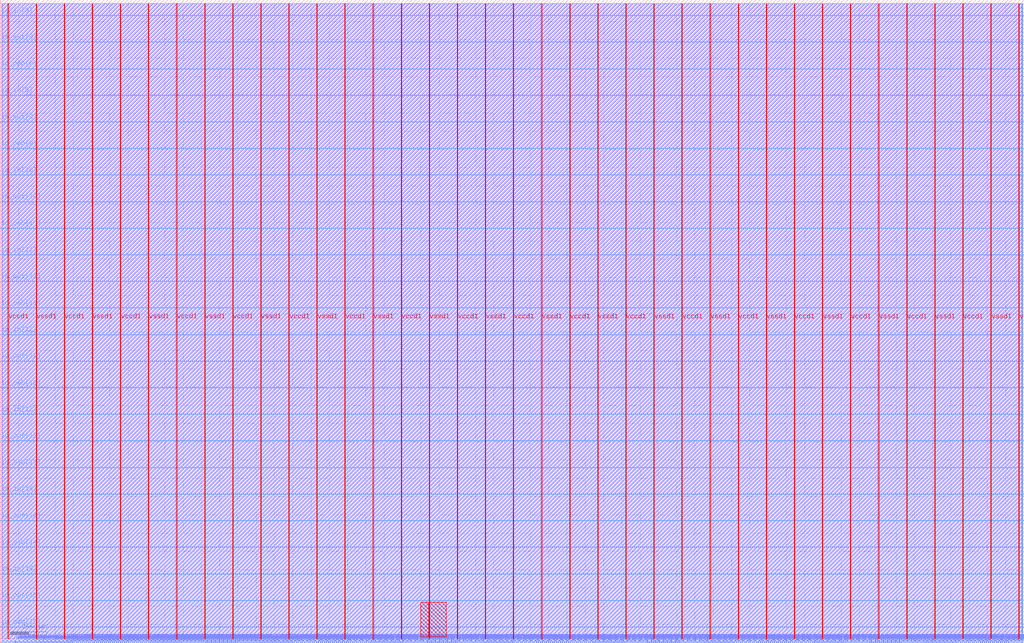
<source format=lef>
VERSION 5.7 ;
  NOWIREEXTENSIONATPIN ON ;
  DIVIDERCHAR "/" ;
  BUSBITCHARS "[]" ;
MACRO user_proj_example
  CLASS BLOCK ;
  FOREIGN user_proj_example ;
  ORIGIN 0.000 0.000 ;
  SIZE 2800.000 BY 1760.000 ;
  PIN io_in[0]
    DIRECTION INPUT ;
    USE SIGNAL ;
    PORT
      LAYER met3 ;
        RECT 2796.000 42.880 2800.000 43.480 ;
    END
  END io_in[0]
  PIN io_in[10]
    DIRECTION INPUT ;
    USE SIGNAL ;
    PORT
      LAYER met3 ;
        RECT 0.000 1279.800 4.000 1280.400 ;
    END
  END io_in[10]
  PIN io_in[11]
    DIRECTION INPUT ;
    USE SIGNAL ;
    PORT
      LAYER met3 ;
        RECT 0.000 1061.520 4.000 1062.120 ;
    END
  END io_in[11]
  PIN io_in[12]
    DIRECTION INPUT ;
    USE SIGNAL ;
    PORT
      LAYER met3 ;
        RECT 0.000 843.240 4.000 843.840 ;
    END
  END io_in[12]
  PIN io_in[13]
    DIRECTION INPUT ;
    USE SIGNAL ;
    PORT
      LAYER met3 ;
        RECT 0.000 624.960 4.000 625.560 ;
    END
  END io_in[13]
  PIN io_in[14]
    DIRECTION INPUT ;
    USE SIGNAL ;
    PORT
      LAYER met3 ;
        RECT 0.000 406.680 4.000 407.280 ;
    END
  END io_in[14]
  PIN io_in[15]
    DIRECTION INPUT ;
    USE SIGNAL ;
    PORT
      LAYER met3 ;
        RECT 0.000 188.400 4.000 189.000 ;
    END
  END io_in[15]
  PIN io_in[1]
    DIRECTION INPUT ;
    USE SIGNAL ;
    PORT
      LAYER met3 ;
        RECT 2796.000 261.160 2800.000 261.760 ;
    END
  END io_in[1]
  PIN io_in[2]
    DIRECTION INPUT ;
    USE SIGNAL ;
    PORT
      LAYER met3 ;
        RECT 2796.000 479.440 2800.000 480.040 ;
    END
  END io_in[2]
  PIN io_in[3]
    DIRECTION INPUT ;
    USE SIGNAL ;
    PORT
      LAYER met3 ;
        RECT 2796.000 697.720 2800.000 698.320 ;
    END
  END io_in[3]
  PIN io_in[4]
    DIRECTION INPUT ;
    USE SIGNAL ;
    PORT
      LAYER met3 ;
        RECT 2796.000 916.000 2800.000 916.600 ;
    END
  END io_in[4]
  PIN io_in[5]
    DIRECTION INPUT ;
    USE SIGNAL ;
    PORT
      LAYER met3 ;
        RECT 2796.000 1134.280 2800.000 1134.880 ;
    END
  END io_in[5]
  PIN io_in[6]
    DIRECTION INPUT ;
    USE SIGNAL ;
    PORT
      LAYER met3 ;
        RECT 2796.000 1352.560 2800.000 1353.160 ;
    END
  END io_in[6]
  PIN io_in[7]
    DIRECTION INPUT ;
    USE SIGNAL ;
    PORT
      LAYER met3 ;
        RECT 2796.000 1570.840 2800.000 1571.440 ;
    END
  END io_in[7]
  PIN io_in[8]
    DIRECTION INPUT ;
    USE SIGNAL ;
    PORT
      LAYER met3 ;
        RECT 0.000 1716.360 4.000 1716.960 ;
    END
  END io_in[8]
  PIN io_in[9]
    DIRECTION INPUT ;
    USE SIGNAL ;
    PORT
      LAYER met3 ;
        RECT 0.000 1498.080 4.000 1498.680 ;
    END
  END io_in[9]
  PIN io_oeb[0]
    DIRECTION OUTPUT TRISTATE ;
    USE SIGNAL ;
    PORT
      LAYER met3 ;
        RECT 2796.000 188.400 2800.000 189.000 ;
    END
  END io_oeb[0]
  PIN io_oeb[10]
    DIRECTION OUTPUT TRISTATE ;
    USE SIGNAL ;
    PORT
      LAYER met3 ;
        RECT 0.000 1134.280 4.000 1134.880 ;
    END
  END io_oeb[10]
  PIN io_oeb[11]
    DIRECTION OUTPUT TRISTATE ;
    USE SIGNAL ;
    PORT
      LAYER met3 ;
        RECT 0.000 916.000 4.000 916.600 ;
    END
  END io_oeb[11]
  PIN io_oeb[12]
    DIRECTION OUTPUT TRISTATE ;
    USE SIGNAL ;
    PORT
      LAYER met3 ;
        RECT 0.000 697.720 4.000 698.320 ;
    END
  END io_oeb[12]
  PIN io_oeb[13]
    DIRECTION OUTPUT TRISTATE ;
    USE SIGNAL ;
    PORT
      LAYER met3 ;
        RECT 0.000 479.440 4.000 480.040 ;
    END
  END io_oeb[13]
  PIN io_oeb[14]
    DIRECTION OUTPUT TRISTATE ;
    USE SIGNAL ;
    PORT
      LAYER met3 ;
        RECT 0.000 261.160 4.000 261.760 ;
    END
  END io_oeb[14]
  PIN io_oeb[15]
    DIRECTION OUTPUT TRISTATE ;
    USE SIGNAL ;
    PORT
      LAYER met3 ;
        RECT 0.000 42.880 4.000 43.480 ;
    END
  END io_oeb[15]
  PIN io_oeb[1]
    DIRECTION OUTPUT TRISTATE ;
    USE SIGNAL ;
    PORT
      LAYER met3 ;
        RECT 2796.000 406.680 2800.000 407.280 ;
    END
  END io_oeb[1]
  PIN io_oeb[2]
    DIRECTION OUTPUT TRISTATE ;
    USE SIGNAL ;
    PORT
      LAYER met3 ;
        RECT 2796.000 624.960 2800.000 625.560 ;
    END
  END io_oeb[2]
  PIN io_oeb[3]
    DIRECTION OUTPUT TRISTATE ;
    USE SIGNAL ;
    PORT
      LAYER met3 ;
        RECT 2796.000 843.240 2800.000 843.840 ;
    END
  END io_oeb[3]
  PIN io_oeb[4]
    DIRECTION OUTPUT TRISTATE ;
    USE SIGNAL ;
    PORT
      LAYER met3 ;
        RECT 2796.000 1061.520 2800.000 1062.120 ;
    END
  END io_oeb[4]
  PIN io_oeb[5]
    DIRECTION OUTPUT TRISTATE ;
    USE SIGNAL ;
    PORT
      LAYER met3 ;
        RECT 2796.000 1279.800 2800.000 1280.400 ;
    END
  END io_oeb[5]
  PIN io_oeb[6]
    DIRECTION OUTPUT TRISTATE ;
    USE SIGNAL ;
    PORT
      LAYER met3 ;
        RECT 2796.000 1498.080 2800.000 1498.680 ;
    END
  END io_oeb[6]
  PIN io_oeb[7]
    DIRECTION OUTPUT TRISTATE ;
    USE SIGNAL ;
    PORT
      LAYER met3 ;
        RECT 2796.000 1716.360 2800.000 1716.960 ;
    END
  END io_oeb[7]
  PIN io_oeb[8]
    DIRECTION OUTPUT TRISTATE ;
    USE SIGNAL ;
    PORT
      LAYER met3 ;
        RECT 0.000 1570.840 4.000 1571.440 ;
    END
  END io_oeb[8]
  PIN io_oeb[9]
    DIRECTION OUTPUT TRISTATE ;
    USE SIGNAL ;
    PORT
      LAYER met3 ;
        RECT 0.000 1352.560 4.000 1353.160 ;
    END
  END io_oeb[9]
  PIN io_out[0]
    DIRECTION OUTPUT TRISTATE ;
    USE SIGNAL ;
    PORT
      LAYER met3 ;
        RECT 2796.000 115.640 2800.000 116.240 ;
    END
  END io_out[0]
  PIN io_out[10]
    DIRECTION OUTPUT TRISTATE ;
    USE SIGNAL ;
    PORT
      LAYER met3 ;
        RECT 0.000 1207.040 4.000 1207.640 ;
    END
  END io_out[10]
  PIN io_out[11]
    DIRECTION OUTPUT TRISTATE ;
    USE SIGNAL ;
    PORT
      LAYER met3 ;
        RECT 0.000 988.760 4.000 989.360 ;
    END
  END io_out[11]
  PIN io_out[12]
    DIRECTION OUTPUT TRISTATE ;
    USE SIGNAL ;
    PORT
      LAYER met3 ;
        RECT 0.000 770.480 4.000 771.080 ;
    END
  END io_out[12]
  PIN io_out[13]
    DIRECTION OUTPUT TRISTATE ;
    USE SIGNAL ;
    PORT
      LAYER met3 ;
        RECT 0.000 552.200 4.000 552.800 ;
    END
  END io_out[13]
  PIN io_out[14]
    DIRECTION OUTPUT TRISTATE ;
    USE SIGNAL ;
    PORT
      LAYER met3 ;
        RECT 0.000 333.920 4.000 334.520 ;
    END
  END io_out[14]
  PIN io_out[15]
    DIRECTION OUTPUT TRISTATE ;
    USE SIGNAL ;
    PORT
      LAYER met3 ;
        RECT 0.000 115.640 4.000 116.240 ;
    END
  END io_out[15]
  PIN io_out[1]
    DIRECTION OUTPUT TRISTATE ;
    USE SIGNAL ;
    PORT
      LAYER met3 ;
        RECT 2796.000 333.920 2800.000 334.520 ;
    END
  END io_out[1]
  PIN io_out[2]
    DIRECTION OUTPUT TRISTATE ;
    USE SIGNAL ;
    PORT
      LAYER met3 ;
        RECT 2796.000 552.200 2800.000 552.800 ;
    END
  END io_out[2]
  PIN io_out[3]
    DIRECTION OUTPUT TRISTATE ;
    USE SIGNAL ;
    PORT
      LAYER met3 ;
        RECT 2796.000 770.480 2800.000 771.080 ;
    END
  END io_out[3]
  PIN io_out[4]
    DIRECTION OUTPUT TRISTATE ;
    USE SIGNAL ;
    PORT
      LAYER met3 ;
        RECT 2796.000 988.760 2800.000 989.360 ;
    END
  END io_out[4]
  PIN io_out[5]
    DIRECTION OUTPUT TRISTATE ;
    USE SIGNAL ;
    PORT
      LAYER met3 ;
        RECT 2796.000 1207.040 2800.000 1207.640 ;
    END
  END io_out[5]
  PIN io_out[6]
    DIRECTION OUTPUT TRISTATE ;
    USE SIGNAL ;
    PORT
      LAYER met3 ;
        RECT 2796.000 1425.320 2800.000 1425.920 ;
    END
  END io_out[6]
  PIN io_out[7]
    DIRECTION OUTPUT TRISTATE ;
    USE SIGNAL ;
    PORT
      LAYER met3 ;
        RECT 2796.000 1643.600 2800.000 1644.200 ;
    END
  END io_out[7]
  PIN io_out[8]
    DIRECTION OUTPUT TRISTATE ;
    USE SIGNAL ;
    PORT
      LAYER met3 ;
        RECT 0.000 1643.600 4.000 1644.200 ;
    END
  END io_out[8]
  PIN io_out[9]
    DIRECTION OUTPUT TRISTATE ;
    USE SIGNAL ;
    PORT
      LAYER met3 ;
        RECT 0.000 1425.320 4.000 1425.920 ;
    END
  END io_out[9]
  PIN irq[0]
    DIRECTION OUTPUT TRISTATE ;
    USE SIGNAL ;
    PORT
      LAYER met2 ;
        RECT 2746.750 0.000 2747.030 4.000 ;
    END
  END irq[0]
  PIN irq[1]
    DIRECTION OUTPUT TRISTATE ;
    USE SIGNAL ;
    PORT
      LAYER met2 ;
        RECT 2752.270 0.000 2752.550 4.000 ;
    END
  END irq[1]
  PIN irq[2]
    DIRECTION OUTPUT TRISTATE ;
    USE SIGNAL ;
    PORT
      LAYER met2 ;
        RECT 2757.790 0.000 2758.070 4.000 ;
    END
  END irq[2]
  PIN la_data_in[0]
    DIRECTION INPUT ;
    USE SIGNAL ;
    PORT
      LAYER met2 ;
        RECT 627.070 0.000 627.350 4.000 ;
    END
  END la_data_in[0]
  PIN la_data_in[100]
    DIRECTION INPUT ;
    USE SIGNAL ;
    PORT
      LAYER met2 ;
        RECT 2283.070 0.000 2283.350 4.000 ;
    END
  END la_data_in[100]
  PIN la_data_in[101]
    DIRECTION INPUT ;
    USE SIGNAL ;
    PORT
      LAYER met2 ;
        RECT 2299.630 0.000 2299.910 4.000 ;
    END
  END la_data_in[101]
  PIN la_data_in[102]
    DIRECTION INPUT ;
    USE SIGNAL ;
    PORT
      LAYER met2 ;
        RECT 2316.190 0.000 2316.470 4.000 ;
    END
  END la_data_in[102]
  PIN la_data_in[103]
    DIRECTION INPUT ;
    USE SIGNAL ;
    PORT
      LAYER met2 ;
        RECT 2332.750 0.000 2333.030 4.000 ;
    END
  END la_data_in[103]
  PIN la_data_in[104]
    DIRECTION INPUT ;
    USE SIGNAL ;
    PORT
      LAYER met2 ;
        RECT 2349.310 0.000 2349.590 4.000 ;
    END
  END la_data_in[104]
  PIN la_data_in[105]
    DIRECTION INPUT ;
    USE SIGNAL ;
    PORT
      LAYER met2 ;
        RECT 2365.870 0.000 2366.150 4.000 ;
    END
  END la_data_in[105]
  PIN la_data_in[106]
    DIRECTION INPUT ;
    USE SIGNAL ;
    PORT
      LAYER met2 ;
        RECT 2382.430 0.000 2382.710 4.000 ;
    END
  END la_data_in[106]
  PIN la_data_in[107]
    DIRECTION INPUT ;
    USE SIGNAL ;
    PORT
      LAYER met2 ;
        RECT 2398.990 0.000 2399.270 4.000 ;
    END
  END la_data_in[107]
  PIN la_data_in[108]
    DIRECTION INPUT ;
    USE SIGNAL ;
    PORT
      LAYER met2 ;
        RECT 2415.550 0.000 2415.830 4.000 ;
    END
  END la_data_in[108]
  PIN la_data_in[109]
    DIRECTION INPUT ;
    USE SIGNAL ;
    PORT
      LAYER met2 ;
        RECT 2432.110 0.000 2432.390 4.000 ;
    END
  END la_data_in[109]
  PIN la_data_in[10]
    DIRECTION INPUT ;
    USE SIGNAL ;
    PORT
      LAYER met2 ;
        RECT 792.670 0.000 792.950 4.000 ;
    END
  END la_data_in[10]
  PIN la_data_in[110]
    DIRECTION INPUT ;
    USE SIGNAL ;
    PORT
      LAYER met2 ;
        RECT 2448.670 0.000 2448.950 4.000 ;
    END
  END la_data_in[110]
  PIN la_data_in[111]
    DIRECTION INPUT ;
    USE SIGNAL ;
    PORT
      LAYER met2 ;
        RECT 2465.230 0.000 2465.510 4.000 ;
    END
  END la_data_in[111]
  PIN la_data_in[112]
    DIRECTION INPUT ;
    USE SIGNAL ;
    PORT
      LAYER met2 ;
        RECT 2481.790 0.000 2482.070 4.000 ;
    END
  END la_data_in[112]
  PIN la_data_in[113]
    DIRECTION INPUT ;
    USE SIGNAL ;
    PORT
      LAYER met2 ;
        RECT 2498.350 0.000 2498.630 4.000 ;
    END
  END la_data_in[113]
  PIN la_data_in[114]
    DIRECTION INPUT ;
    USE SIGNAL ;
    PORT
      LAYER met2 ;
        RECT 2514.910 0.000 2515.190 4.000 ;
    END
  END la_data_in[114]
  PIN la_data_in[115]
    DIRECTION INPUT ;
    USE SIGNAL ;
    PORT
      LAYER met2 ;
        RECT 2531.470 0.000 2531.750 4.000 ;
    END
  END la_data_in[115]
  PIN la_data_in[116]
    DIRECTION INPUT ;
    USE SIGNAL ;
    PORT
      LAYER met2 ;
        RECT 2548.030 0.000 2548.310 4.000 ;
    END
  END la_data_in[116]
  PIN la_data_in[117]
    DIRECTION INPUT ;
    USE SIGNAL ;
    PORT
      LAYER met2 ;
        RECT 2564.590 0.000 2564.870 4.000 ;
    END
  END la_data_in[117]
  PIN la_data_in[118]
    DIRECTION INPUT ;
    USE SIGNAL ;
    PORT
      LAYER met2 ;
        RECT 2581.150 0.000 2581.430 4.000 ;
    END
  END la_data_in[118]
  PIN la_data_in[119]
    DIRECTION INPUT ;
    USE SIGNAL ;
    PORT
      LAYER met2 ;
        RECT 2597.710 0.000 2597.990 4.000 ;
    END
  END la_data_in[119]
  PIN la_data_in[11]
    DIRECTION INPUT ;
    USE SIGNAL ;
    PORT
      LAYER met2 ;
        RECT 809.230 0.000 809.510 4.000 ;
    END
  END la_data_in[11]
  PIN la_data_in[120]
    DIRECTION INPUT ;
    USE SIGNAL ;
    PORT
      LAYER met2 ;
        RECT 2614.270 0.000 2614.550 4.000 ;
    END
  END la_data_in[120]
  PIN la_data_in[121]
    DIRECTION INPUT ;
    USE SIGNAL ;
    PORT
      LAYER met2 ;
        RECT 2630.830 0.000 2631.110 4.000 ;
    END
  END la_data_in[121]
  PIN la_data_in[122]
    DIRECTION INPUT ;
    USE SIGNAL ;
    PORT
      LAYER met2 ;
        RECT 2647.390 0.000 2647.670 4.000 ;
    END
  END la_data_in[122]
  PIN la_data_in[123]
    DIRECTION INPUT ;
    USE SIGNAL ;
    PORT
      LAYER met2 ;
        RECT 2663.950 0.000 2664.230 4.000 ;
    END
  END la_data_in[123]
  PIN la_data_in[124]
    DIRECTION INPUT ;
    USE SIGNAL ;
    PORT
      LAYER met2 ;
        RECT 2680.510 0.000 2680.790 4.000 ;
    END
  END la_data_in[124]
  PIN la_data_in[125]
    DIRECTION INPUT ;
    USE SIGNAL ;
    PORT
      LAYER met2 ;
        RECT 2697.070 0.000 2697.350 4.000 ;
    END
  END la_data_in[125]
  PIN la_data_in[126]
    DIRECTION INPUT ;
    USE SIGNAL ;
    PORT
      LAYER met2 ;
        RECT 2713.630 0.000 2713.910 4.000 ;
    END
  END la_data_in[126]
  PIN la_data_in[127]
    DIRECTION INPUT ;
    USE SIGNAL ;
    PORT
      LAYER met2 ;
        RECT 2730.190 0.000 2730.470 4.000 ;
    END
  END la_data_in[127]
  PIN la_data_in[12]
    DIRECTION INPUT ;
    USE SIGNAL ;
    PORT
      LAYER met2 ;
        RECT 825.790 0.000 826.070 4.000 ;
    END
  END la_data_in[12]
  PIN la_data_in[13]
    DIRECTION INPUT ;
    USE SIGNAL ;
    PORT
      LAYER met2 ;
        RECT 842.350 0.000 842.630 4.000 ;
    END
  END la_data_in[13]
  PIN la_data_in[14]
    DIRECTION INPUT ;
    USE SIGNAL ;
    PORT
      LAYER met2 ;
        RECT 858.910 0.000 859.190 4.000 ;
    END
  END la_data_in[14]
  PIN la_data_in[15]
    DIRECTION INPUT ;
    USE SIGNAL ;
    PORT
      LAYER met2 ;
        RECT 875.470 0.000 875.750 4.000 ;
    END
  END la_data_in[15]
  PIN la_data_in[16]
    DIRECTION INPUT ;
    USE SIGNAL ;
    PORT
      LAYER met2 ;
        RECT 892.030 0.000 892.310 4.000 ;
    END
  END la_data_in[16]
  PIN la_data_in[17]
    DIRECTION INPUT ;
    USE SIGNAL ;
    PORT
      LAYER met2 ;
        RECT 908.590 0.000 908.870 4.000 ;
    END
  END la_data_in[17]
  PIN la_data_in[18]
    DIRECTION INPUT ;
    USE SIGNAL ;
    PORT
      LAYER met2 ;
        RECT 925.150 0.000 925.430 4.000 ;
    END
  END la_data_in[18]
  PIN la_data_in[19]
    DIRECTION INPUT ;
    USE SIGNAL ;
    PORT
      LAYER met2 ;
        RECT 941.710 0.000 941.990 4.000 ;
    END
  END la_data_in[19]
  PIN la_data_in[1]
    DIRECTION INPUT ;
    USE SIGNAL ;
    PORT
      LAYER met2 ;
        RECT 643.630 0.000 643.910 4.000 ;
    END
  END la_data_in[1]
  PIN la_data_in[20]
    DIRECTION INPUT ;
    USE SIGNAL ;
    PORT
      LAYER met2 ;
        RECT 958.270 0.000 958.550 4.000 ;
    END
  END la_data_in[20]
  PIN la_data_in[21]
    DIRECTION INPUT ;
    USE SIGNAL ;
    PORT
      LAYER met2 ;
        RECT 974.830 0.000 975.110 4.000 ;
    END
  END la_data_in[21]
  PIN la_data_in[22]
    DIRECTION INPUT ;
    USE SIGNAL ;
    PORT
      LAYER met2 ;
        RECT 991.390 0.000 991.670 4.000 ;
    END
  END la_data_in[22]
  PIN la_data_in[23]
    DIRECTION INPUT ;
    USE SIGNAL ;
    PORT
      LAYER met2 ;
        RECT 1007.950 0.000 1008.230 4.000 ;
    END
  END la_data_in[23]
  PIN la_data_in[24]
    DIRECTION INPUT ;
    USE SIGNAL ;
    PORT
      LAYER met2 ;
        RECT 1024.510 0.000 1024.790 4.000 ;
    END
  END la_data_in[24]
  PIN la_data_in[25]
    DIRECTION INPUT ;
    USE SIGNAL ;
    PORT
      LAYER met2 ;
        RECT 1041.070 0.000 1041.350 4.000 ;
    END
  END la_data_in[25]
  PIN la_data_in[26]
    DIRECTION INPUT ;
    USE SIGNAL ;
    PORT
      LAYER met2 ;
        RECT 1057.630 0.000 1057.910 4.000 ;
    END
  END la_data_in[26]
  PIN la_data_in[27]
    DIRECTION INPUT ;
    USE SIGNAL ;
    PORT
      LAYER met2 ;
        RECT 1074.190 0.000 1074.470 4.000 ;
    END
  END la_data_in[27]
  PIN la_data_in[28]
    DIRECTION INPUT ;
    USE SIGNAL ;
    PORT
      LAYER met2 ;
        RECT 1090.750 0.000 1091.030 4.000 ;
    END
  END la_data_in[28]
  PIN la_data_in[29]
    DIRECTION INPUT ;
    USE SIGNAL ;
    PORT
      LAYER met2 ;
        RECT 1107.310 0.000 1107.590 4.000 ;
    END
  END la_data_in[29]
  PIN la_data_in[2]
    DIRECTION INPUT ;
    USE SIGNAL ;
    PORT
      LAYER met2 ;
        RECT 660.190 0.000 660.470 4.000 ;
    END
  END la_data_in[2]
  PIN la_data_in[30]
    DIRECTION INPUT ;
    USE SIGNAL ;
    PORT
      LAYER met2 ;
        RECT 1123.870 0.000 1124.150 4.000 ;
    END
  END la_data_in[30]
  PIN la_data_in[31]
    DIRECTION INPUT ;
    USE SIGNAL ;
    PORT
      LAYER met2 ;
        RECT 1140.430 0.000 1140.710 4.000 ;
    END
  END la_data_in[31]
  PIN la_data_in[32]
    DIRECTION INPUT ;
    USE SIGNAL ;
    PORT
      LAYER met2 ;
        RECT 1156.990 0.000 1157.270 4.000 ;
    END
  END la_data_in[32]
  PIN la_data_in[33]
    DIRECTION INPUT ;
    USE SIGNAL ;
    PORT
      LAYER met2 ;
        RECT 1173.550 0.000 1173.830 4.000 ;
    END
  END la_data_in[33]
  PIN la_data_in[34]
    DIRECTION INPUT ;
    USE SIGNAL ;
    PORT
      LAYER met2 ;
        RECT 1190.110 0.000 1190.390 4.000 ;
    END
  END la_data_in[34]
  PIN la_data_in[35]
    DIRECTION INPUT ;
    USE SIGNAL ;
    PORT
      LAYER met2 ;
        RECT 1206.670 0.000 1206.950 4.000 ;
    END
  END la_data_in[35]
  PIN la_data_in[36]
    DIRECTION INPUT ;
    USE SIGNAL ;
    PORT
      LAYER met2 ;
        RECT 1223.230 0.000 1223.510 4.000 ;
    END
  END la_data_in[36]
  PIN la_data_in[37]
    DIRECTION INPUT ;
    USE SIGNAL ;
    PORT
      LAYER met2 ;
        RECT 1239.790 0.000 1240.070 4.000 ;
    END
  END la_data_in[37]
  PIN la_data_in[38]
    DIRECTION INPUT ;
    USE SIGNAL ;
    PORT
      LAYER met2 ;
        RECT 1256.350 0.000 1256.630 4.000 ;
    END
  END la_data_in[38]
  PIN la_data_in[39]
    DIRECTION INPUT ;
    USE SIGNAL ;
    PORT
      LAYER met2 ;
        RECT 1272.910 0.000 1273.190 4.000 ;
    END
  END la_data_in[39]
  PIN la_data_in[3]
    DIRECTION INPUT ;
    USE SIGNAL ;
    PORT
      LAYER met2 ;
        RECT 676.750 0.000 677.030 4.000 ;
    END
  END la_data_in[3]
  PIN la_data_in[40]
    DIRECTION INPUT ;
    USE SIGNAL ;
    PORT
      LAYER met2 ;
        RECT 1289.470 0.000 1289.750 4.000 ;
    END
  END la_data_in[40]
  PIN la_data_in[41]
    DIRECTION INPUT ;
    USE SIGNAL ;
    PORT
      LAYER met2 ;
        RECT 1306.030 0.000 1306.310 4.000 ;
    END
  END la_data_in[41]
  PIN la_data_in[42]
    DIRECTION INPUT ;
    USE SIGNAL ;
    PORT
      LAYER met2 ;
        RECT 1322.590 0.000 1322.870 4.000 ;
    END
  END la_data_in[42]
  PIN la_data_in[43]
    DIRECTION INPUT ;
    USE SIGNAL ;
    PORT
      LAYER met2 ;
        RECT 1339.150 0.000 1339.430 4.000 ;
    END
  END la_data_in[43]
  PIN la_data_in[44]
    DIRECTION INPUT ;
    USE SIGNAL ;
    PORT
      LAYER met2 ;
        RECT 1355.710 0.000 1355.990 4.000 ;
    END
  END la_data_in[44]
  PIN la_data_in[45]
    DIRECTION INPUT ;
    USE SIGNAL ;
    PORT
      LAYER met2 ;
        RECT 1372.270 0.000 1372.550 4.000 ;
    END
  END la_data_in[45]
  PIN la_data_in[46]
    DIRECTION INPUT ;
    USE SIGNAL ;
    PORT
      LAYER met2 ;
        RECT 1388.830 0.000 1389.110 4.000 ;
    END
  END la_data_in[46]
  PIN la_data_in[47]
    DIRECTION INPUT ;
    USE SIGNAL ;
    PORT
      LAYER met2 ;
        RECT 1405.390 0.000 1405.670 4.000 ;
    END
  END la_data_in[47]
  PIN la_data_in[48]
    DIRECTION INPUT ;
    USE SIGNAL ;
    PORT
      LAYER met2 ;
        RECT 1421.950 0.000 1422.230 4.000 ;
    END
  END la_data_in[48]
  PIN la_data_in[49]
    DIRECTION INPUT ;
    USE SIGNAL ;
    PORT
      LAYER met2 ;
        RECT 1438.510 0.000 1438.790 4.000 ;
    END
  END la_data_in[49]
  PIN la_data_in[4]
    DIRECTION INPUT ;
    USE SIGNAL ;
    PORT
      LAYER met2 ;
        RECT 693.310 0.000 693.590 4.000 ;
    END
  END la_data_in[4]
  PIN la_data_in[50]
    DIRECTION INPUT ;
    USE SIGNAL ;
    PORT
      LAYER met2 ;
        RECT 1455.070 0.000 1455.350 4.000 ;
    END
  END la_data_in[50]
  PIN la_data_in[51]
    DIRECTION INPUT ;
    USE SIGNAL ;
    PORT
      LAYER met2 ;
        RECT 1471.630 0.000 1471.910 4.000 ;
    END
  END la_data_in[51]
  PIN la_data_in[52]
    DIRECTION INPUT ;
    USE SIGNAL ;
    PORT
      LAYER met2 ;
        RECT 1488.190 0.000 1488.470 4.000 ;
    END
  END la_data_in[52]
  PIN la_data_in[53]
    DIRECTION INPUT ;
    USE SIGNAL ;
    PORT
      LAYER met2 ;
        RECT 1504.750 0.000 1505.030 4.000 ;
    END
  END la_data_in[53]
  PIN la_data_in[54]
    DIRECTION INPUT ;
    USE SIGNAL ;
    PORT
      LAYER met2 ;
        RECT 1521.310 0.000 1521.590 4.000 ;
    END
  END la_data_in[54]
  PIN la_data_in[55]
    DIRECTION INPUT ;
    USE SIGNAL ;
    PORT
      LAYER met2 ;
        RECT 1537.870 0.000 1538.150 4.000 ;
    END
  END la_data_in[55]
  PIN la_data_in[56]
    DIRECTION INPUT ;
    USE SIGNAL ;
    PORT
      LAYER met2 ;
        RECT 1554.430 0.000 1554.710 4.000 ;
    END
  END la_data_in[56]
  PIN la_data_in[57]
    DIRECTION INPUT ;
    USE SIGNAL ;
    PORT
      LAYER met2 ;
        RECT 1570.990 0.000 1571.270 4.000 ;
    END
  END la_data_in[57]
  PIN la_data_in[58]
    DIRECTION INPUT ;
    USE SIGNAL ;
    PORT
      LAYER met2 ;
        RECT 1587.550 0.000 1587.830 4.000 ;
    END
  END la_data_in[58]
  PIN la_data_in[59]
    DIRECTION INPUT ;
    USE SIGNAL ;
    PORT
      LAYER met2 ;
        RECT 1604.110 0.000 1604.390 4.000 ;
    END
  END la_data_in[59]
  PIN la_data_in[5]
    DIRECTION INPUT ;
    USE SIGNAL ;
    PORT
      LAYER met2 ;
        RECT 709.870 0.000 710.150 4.000 ;
    END
  END la_data_in[5]
  PIN la_data_in[60]
    DIRECTION INPUT ;
    USE SIGNAL ;
    PORT
      LAYER met2 ;
        RECT 1620.670 0.000 1620.950 4.000 ;
    END
  END la_data_in[60]
  PIN la_data_in[61]
    DIRECTION INPUT ;
    USE SIGNAL ;
    PORT
      LAYER met2 ;
        RECT 1637.230 0.000 1637.510 4.000 ;
    END
  END la_data_in[61]
  PIN la_data_in[62]
    DIRECTION INPUT ;
    USE SIGNAL ;
    PORT
      LAYER met2 ;
        RECT 1653.790 0.000 1654.070 4.000 ;
    END
  END la_data_in[62]
  PIN la_data_in[63]
    DIRECTION INPUT ;
    USE SIGNAL ;
    PORT
      LAYER met2 ;
        RECT 1670.350 0.000 1670.630 4.000 ;
    END
  END la_data_in[63]
  PIN la_data_in[64]
    DIRECTION INPUT ;
    USE SIGNAL ;
    PORT
      LAYER met2 ;
        RECT 1686.910 0.000 1687.190 4.000 ;
    END
  END la_data_in[64]
  PIN la_data_in[65]
    DIRECTION INPUT ;
    USE SIGNAL ;
    PORT
      LAYER met2 ;
        RECT 1703.470 0.000 1703.750 4.000 ;
    END
  END la_data_in[65]
  PIN la_data_in[66]
    DIRECTION INPUT ;
    USE SIGNAL ;
    PORT
      LAYER met2 ;
        RECT 1720.030 0.000 1720.310 4.000 ;
    END
  END la_data_in[66]
  PIN la_data_in[67]
    DIRECTION INPUT ;
    USE SIGNAL ;
    PORT
      LAYER met2 ;
        RECT 1736.590 0.000 1736.870 4.000 ;
    END
  END la_data_in[67]
  PIN la_data_in[68]
    DIRECTION INPUT ;
    USE SIGNAL ;
    PORT
      LAYER met2 ;
        RECT 1753.150 0.000 1753.430 4.000 ;
    END
  END la_data_in[68]
  PIN la_data_in[69]
    DIRECTION INPUT ;
    USE SIGNAL ;
    PORT
      LAYER met2 ;
        RECT 1769.710 0.000 1769.990 4.000 ;
    END
  END la_data_in[69]
  PIN la_data_in[6]
    DIRECTION INPUT ;
    USE SIGNAL ;
    PORT
      LAYER met2 ;
        RECT 726.430 0.000 726.710 4.000 ;
    END
  END la_data_in[6]
  PIN la_data_in[70]
    DIRECTION INPUT ;
    USE SIGNAL ;
    PORT
      LAYER met2 ;
        RECT 1786.270 0.000 1786.550 4.000 ;
    END
  END la_data_in[70]
  PIN la_data_in[71]
    DIRECTION INPUT ;
    USE SIGNAL ;
    PORT
      LAYER met2 ;
        RECT 1802.830 0.000 1803.110 4.000 ;
    END
  END la_data_in[71]
  PIN la_data_in[72]
    DIRECTION INPUT ;
    USE SIGNAL ;
    PORT
      LAYER met2 ;
        RECT 1819.390 0.000 1819.670 4.000 ;
    END
  END la_data_in[72]
  PIN la_data_in[73]
    DIRECTION INPUT ;
    USE SIGNAL ;
    PORT
      LAYER met2 ;
        RECT 1835.950 0.000 1836.230 4.000 ;
    END
  END la_data_in[73]
  PIN la_data_in[74]
    DIRECTION INPUT ;
    USE SIGNAL ;
    PORT
      LAYER met2 ;
        RECT 1852.510 0.000 1852.790 4.000 ;
    END
  END la_data_in[74]
  PIN la_data_in[75]
    DIRECTION INPUT ;
    USE SIGNAL ;
    PORT
      LAYER met2 ;
        RECT 1869.070 0.000 1869.350 4.000 ;
    END
  END la_data_in[75]
  PIN la_data_in[76]
    DIRECTION INPUT ;
    USE SIGNAL ;
    PORT
      LAYER met2 ;
        RECT 1885.630 0.000 1885.910 4.000 ;
    END
  END la_data_in[76]
  PIN la_data_in[77]
    DIRECTION INPUT ;
    USE SIGNAL ;
    PORT
      LAYER met2 ;
        RECT 1902.190 0.000 1902.470 4.000 ;
    END
  END la_data_in[77]
  PIN la_data_in[78]
    DIRECTION INPUT ;
    USE SIGNAL ;
    PORT
      LAYER met2 ;
        RECT 1918.750 0.000 1919.030 4.000 ;
    END
  END la_data_in[78]
  PIN la_data_in[79]
    DIRECTION INPUT ;
    USE SIGNAL ;
    PORT
      LAYER met2 ;
        RECT 1935.310 0.000 1935.590 4.000 ;
    END
  END la_data_in[79]
  PIN la_data_in[7]
    DIRECTION INPUT ;
    USE SIGNAL ;
    PORT
      LAYER met2 ;
        RECT 742.990 0.000 743.270 4.000 ;
    END
  END la_data_in[7]
  PIN la_data_in[80]
    DIRECTION INPUT ;
    USE SIGNAL ;
    PORT
      LAYER met2 ;
        RECT 1951.870 0.000 1952.150 4.000 ;
    END
  END la_data_in[80]
  PIN la_data_in[81]
    DIRECTION INPUT ;
    USE SIGNAL ;
    PORT
      LAYER met2 ;
        RECT 1968.430 0.000 1968.710 4.000 ;
    END
  END la_data_in[81]
  PIN la_data_in[82]
    DIRECTION INPUT ;
    USE SIGNAL ;
    PORT
      LAYER met2 ;
        RECT 1984.990 0.000 1985.270 4.000 ;
    END
  END la_data_in[82]
  PIN la_data_in[83]
    DIRECTION INPUT ;
    USE SIGNAL ;
    PORT
      LAYER met2 ;
        RECT 2001.550 0.000 2001.830 4.000 ;
    END
  END la_data_in[83]
  PIN la_data_in[84]
    DIRECTION INPUT ;
    USE SIGNAL ;
    PORT
      LAYER met2 ;
        RECT 2018.110 0.000 2018.390 4.000 ;
    END
  END la_data_in[84]
  PIN la_data_in[85]
    DIRECTION INPUT ;
    USE SIGNAL ;
    PORT
      LAYER met2 ;
        RECT 2034.670 0.000 2034.950 4.000 ;
    END
  END la_data_in[85]
  PIN la_data_in[86]
    DIRECTION INPUT ;
    USE SIGNAL ;
    PORT
      LAYER met2 ;
        RECT 2051.230 0.000 2051.510 4.000 ;
    END
  END la_data_in[86]
  PIN la_data_in[87]
    DIRECTION INPUT ;
    USE SIGNAL ;
    PORT
      LAYER met2 ;
        RECT 2067.790 0.000 2068.070 4.000 ;
    END
  END la_data_in[87]
  PIN la_data_in[88]
    DIRECTION INPUT ;
    USE SIGNAL ;
    PORT
      LAYER met2 ;
        RECT 2084.350 0.000 2084.630 4.000 ;
    END
  END la_data_in[88]
  PIN la_data_in[89]
    DIRECTION INPUT ;
    USE SIGNAL ;
    PORT
      LAYER met2 ;
        RECT 2100.910 0.000 2101.190 4.000 ;
    END
  END la_data_in[89]
  PIN la_data_in[8]
    DIRECTION INPUT ;
    USE SIGNAL ;
    PORT
      LAYER met2 ;
        RECT 759.550 0.000 759.830 4.000 ;
    END
  END la_data_in[8]
  PIN la_data_in[90]
    DIRECTION INPUT ;
    USE SIGNAL ;
    PORT
      LAYER met2 ;
        RECT 2117.470 0.000 2117.750 4.000 ;
    END
  END la_data_in[90]
  PIN la_data_in[91]
    DIRECTION INPUT ;
    USE SIGNAL ;
    PORT
      LAYER met2 ;
        RECT 2134.030 0.000 2134.310 4.000 ;
    END
  END la_data_in[91]
  PIN la_data_in[92]
    DIRECTION INPUT ;
    USE SIGNAL ;
    PORT
      LAYER met2 ;
        RECT 2150.590 0.000 2150.870 4.000 ;
    END
  END la_data_in[92]
  PIN la_data_in[93]
    DIRECTION INPUT ;
    USE SIGNAL ;
    PORT
      LAYER met2 ;
        RECT 2167.150 0.000 2167.430 4.000 ;
    END
  END la_data_in[93]
  PIN la_data_in[94]
    DIRECTION INPUT ;
    USE SIGNAL ;
    PORT
      LAYER met2 ;
        RECT 2183.710 0.000 2183.990 4.000 ;
    END
  END la_data_in[94]
  PIN la_data_in[95]
    DIRECTION INPUT ;
    USE SIGNAL ;
    PORT
      LAYER met2 ;
        RECT 2200.270 0.000 2200.550 4.000 ;
    END
  END la_data_in[95]
  PIN la_data_in[96]
    DIRECTION INPUT ;
    USE SIGNAL ;
    PORT
      LAYER met2 ;
        RECT 2216.830 0.000 2217.110 4.000 ;
    END
  END la_data_in[96]
  PIN la_data_in[97]
    DIRECTION INPUT ;
    USE SIGNAL ;
    PORT
      LAYER met2 ;
        RECT 2233.390 0.000 2233.670 4.000 ;
    END
  END la_data_in[97]
  PIN la_data_in[98]
    DIRECTION INPUT ;
    USE SIGNAL ;
    PORT
      LAYER met2 ;
        RECT 2249.950 0.000 2250.230 4.000 ;
    END
  END la_data_in[98]
  PIN la_data_in[99]
    DIRECTION INPUT ;
    USE SIGNAL ;
    PORT
      LAYER met2 ;
        RECT 2266.510 0.000 2266.790 4.000 ;
    END
  END la_data_in[99]
  PIN la_data_in[9]
    DIRECTION INPUT ;
    USE SIGNAL ;
    PORT
      LAYER met2 ;
        RECT 776.110 0.000 776.390 4.000 ;
    END
  END la_data_in[9]
  PIN la_data_out[0]
    DIRECTION OUTPUT TRISTATE ;
    USE SIGNAL ;
    PORT
      LAYER met2 ;
        RECT 632.590 0.000 632.870 4.000 ;
    END
  END la_data_out[0]
  PIN la_data_out[100]
    DIRECTION OUTPUT TRISTATE ;
    USE SIGNAL ;
    PORT
      LAYER met2 ;
        RECT 2288.590 0.000 2288.870 4.000 ;
    END
  END la_data_out[100]
  PIN la_data_out[101]
    DIRECTION OUTPUT TRISTATE ;
    USE SIGNAL ;
    PORT
      LAYER met2 ;
        RECT 2305.150 0.000 2305.430 4.000 ;
    END
  END la_data_out[101]
  PIN la_data_out[102]
    DIRECTION OUTPUT TRISTATE ;
    USE SIGNAL ;
    PORT
      LAYER met2 ;
        RECT 2321.710 0.000 2321.990 4.000 ;
    END
  END la_data_out[102]
  PIN la_data_out[103]
    DIRECTION OUTPUT TRISTATE ;
    USE SIGNAL ;
    PORT
      LAYER met2 ;
        RECT 2338.270 0.000 2338.550 4.000 ;
    END
  END la_data_out[103]
  PIN la_data_out[104]
    DIRECTION OUTPUT TRISTATE ;
    USE SIGNAL ;
    PORT
      LAYER met2 ;
        RECT 2354.830 0.000 2355.110 4.000 ;
    END
  END la_data_out[104]
  PIN la_data_out[105]
    DIRECTION OUTPUT TRISTATE ;
    USE SIGNAL ;
    PORT
      LAYER met2 ;
        RECT 2371.390 0.000 2371.670 4.000 ;
    END
  END la_data_out[105]
  PIN la_data_out[106]
    DIRECTION OUTPUT TRISTATE ;
    USE SIGNAL ;
    PORT
      LAYER met2 ;
        RECT 2387.950 0.000 2388.230 4.000 ;
    END
  END la_data_out[106]
  PIN la_data_out[107]
    DIRECTION OUTPUT TRISTATE ;
    USE SIGNAL ;
    PORT
      LAYER met2 ;
        RECT 2404.510 0.000 2404.790 4.000 ;
    END
  END la_data_out[107]
  PIN la_data_out[108]
    DIRECTION OUTPUT TRISTATE ;
    USE SIGNAL ;
    PORT
      LAYER met2 ;
        RECT 2421.070 0.000 2421.350 4.000 ;
    END
  END la_data_out[108]
  PIN la_data_out[109]
    DIRECTION OUTPUT TRISTATE ;
    USE SIGNAL ;
    PORT
      LAYER met2 ;
        RECT 2437.630 0.000 2437.910 4.000 ;
    END
  END la_data_out[109]
  PIN la_data_out[10]
    DIRECTION OUTPUT TRISTATE ;
    USE SIGNAL ;
    PORT
      LAYER met2 ;
        RECT 798.190 0.000 798.470 4.000 ;
    END
  END la_data_out[10]
  PIN la_data_out[110]
    DIRECTION OUTPUT TRISTATE ;
    USE SIGNAL ;
    PORT
      LAYER met2 ;
        RECT 2454.190 0.000 2454.470 4.000 ;
    END
  END la_data_out[110]
  PIN la_data_out[111]
    DIRECTION OUTPUT TRISTATE ;
    USE SIGNAL ;
    PORT
      LAYER met2 ;
        RECT 2470.750 0.000 2471.030 4.000 ;
    END
  END la_data_out[111]
  PIN la_data_out[112]
    DIRECTION OUTPUT TRISTATE ;
    USE SIGNAL ;
    PORT
      LAYER met2 ;
        RECT 2487.310 0.000 2487.590 4.000 ;
    END
  END la_data_out[112]
  PIN la_data_out[113]
    DIRECTION OUTPUT TRISTATE ;
    USE SIGNAL ;
    PORT
      LAYER met2 ;
        RECT 2503.870 0.000 2504.150 4.000 ;
    END
  END la_data_out[113]
  PIN la_data_out[114]
    DIRECTION OUTPUT TRISTATE ;
    USE SIGNAL ;
    PORT
      LAYER met2 ;
        RECT 2520.430 0.000 2520.710 4.000 ;
    END
  END la_data_out[114]
  PIN la_data_out[115]
    DIRECTION OUTPUT TRISTATE ;
    USE SIGNAL ;
    PORT
      LAYER met2 ;
        RECT 2536.990 0.000 2537.270 4.000 ;
    END
  END la_data_out[115]
  PIN la_data_out[116]
    DIRECTION OUTPUT TRISTATE ;
    USE SIGNAL ;
    PORT
      LAYER met2 ;
        RECT 2553.550 0.000 2553.830 4.000 ;
    END
  END la_data_out[116]
  PIN la_data_out[117]
    DIRECTION OUTPUT TRISTATE ;
    USE SIGNAL ;
    PORT
      LAYER met2 ;
        RECT 2570.110 0.000 2570.390 4.000 ;
    END
  END la_data_out[117]
  PIN la_data_out[118]
    DIRECTION OUTPUT TRISTATE ;
    USE SIGNAL ;
    PORT
      LAYER met2 ;
        RECT 2586.670 0.000 2586.950 4.000 ;
    END
  END la_data_out[118]
  PIN la_data_out[119]
    DIRECTION OUTPUT TRISTATE ;
    USE SIGNAL ;
    PORT
      LAYER met2 ;
        RECT 2603.230 0.000 2603.510 4.000 ;
    END
  END la_data_out[119]
  PIN la_data_out[11]
    DIRECTION OUTPUT TRISTATE ;
    USE SIGNAL ;
    PORT
      LAYER met2 ;
        RECT 814.750 0.000 815.030 4.000 ;
    END
  END la_data_out[11]
  PIN la_data_out[120]
    DIRECTION OUTPUT TRISTATE ;
    USE SIGNAL ;
    PORT
      LAYER met2 ;
        RECT 2619.790 0.000 2620.070 4.000 ;
    END
  END la_data_out[120]
  PIN la_data_out[121]
    DIRECTION OUTPUT TRISTATE ;
    USE SIGNAL ;
    PORT
      LAYER met2 ;
        RECT 2636.350 0.000 2636.630 4.000 ;
    END
  END la_data_out[121]
  PIN la_data_out[122]
    DIRECTION OUTPUT TRISTATE ;
    USE SIGNAL ;
    PORT
      LAYER met2 ;
        RECT 2652.910 0.000 2653.190 4.000 ;
    END
  END la_data_out[122]
  PIN la_data_out[123]
    DIRECTION OUTPUT TRISTATE ;
    USE SIGNAL ;
    PORT
      LAYER met2 ;
        RECT 2669.470 0.000 2669.750 4.000 ;
    END
  END la_data_out[123]
  PIN la_data_out[124]
    DIRECTION OUTPUT TRISTATE ;
    USE SIGNAL ;
    PORT
      LAYER met2 ;
        RECT 2686.030 0.000 2686.310 4.000 ;
    END
  END la_data_out[124]
  PIN la_data_out[125]
    DIRECTION OUTPUT TRISTATE ;
    USE SIGNAL ;
    PORT
      LAYER met2 ;
        RECT 2702.590 0.000 2702.870 4.000 ;
    END
  END la_data_out[125]
  PIN la_data_out[126]
    DIRECTION OUTPUT TRISTATE ;
    USE SIGNAL ;
    PORT
      LAYER met2 ;
        RECT 2719.150 0.000 2719.430 4.000 ;
    END
  END la_data_out[126]
  PIN la_data_out[127]
    DIRECTION OUTPUT TRISTATE ;
    USE SIGNAL ;
    PORT
      LAYER met2 ;
        RECT 2735.710 0.000 2735.990 4.000 ;
    END
  END la_data_out[127]
  PIN la_data_out[12]
    DIRECTION OUTPUT TRISTATE ;
    USE SIGNAL ;
    PORT
      LAYER met2 ;
        RECT 831.310 0.000 831.590 4.000 ;
    END
  END la_data_out[12]
  PIN la_data_out[13]
    DIRECTION OUTPUT TRISTATE ;
    USE SIGNAL ;
    PORT
      LAYER met2 ;
        RECT 847.870 0.000 848.150 4.000 ;
    END
  END la_data_out[13]
  PIN la_data_out[14]
    DIRECTION OUTPUT TRISTATE ;
    USE SIGNAL ;
    PORT
      LAYER met2 ;
        RECT 864.430 0.000 864.710 4.000 ;
    END
  END la_data_out[14]
  PIN la_data_out[15]
    DIRECTION OUTPUT TRISTATE ;
    USE SIGNAL ;
    PORT
      LAYER met2 ;
        RECT 880.990 0.000 881.270 4.000 ;
    END
  END la_data_out[15]
  PIN la_data_out[16]
    DIRECTION OUTPUT TRISTATE ;
    USE SIGNAL ;
    PORT
      LAYER met2 ;
        RECT 897.550 0.000 897.830 4.000 ;
    END
  END la_data_out[16]
  PIN la_data_out[17]
    DIRECTION OUTPUT TRISTATE ;
    USE SIGNAL ;
    PORT
      LAYER met2 ;
        RECT 914.110 0.000 914.390 4.000 ;
    END
  END la_data_out[17]
  PIN la_data_out[18]
    DIRECTION OUTPUT TRISTATE ;
    USE SIGNAL ;
    PORT
      LAYER met2 ;
        RECT 930.670 0.000 930.950 4.000 ;
    END
  END la_data_out[18]
  PIN la_data_out[19]
    DIRECTION OUTPUT TRISTATE ;
    USE SIGNAL ;
    PORT
      LAYER met2 ;
        RECT 947.230 0.000 947.510 4.000 ;
    END
  END la_data_out[19]
  PIN la_data_out[1]
    DIRECTION OUTPUT TRISTATE ;
    USE SIGNAL ;
    PORT
      LAYER met2 ;
        RECT 649.150 0.000 649.430 4.000 ;
    END
  END la_data_out[1]
  PIN la_data_out[20]
    DIRECTION OUTPUT TRISTATE ;
    USE SIGNAL ;
    PORT
      LAYER met2 ;
        RECT 963.790 0.000 964.070 4.000 ;
    END
  END la_data_out[20]
  PIN la_data_out[21]
    DIRECTION OUTPUT TRISTATE ;
    USE SIGNAL ;
    PORT
      LAYER met2 ;
        RECT 980.350 0.000 980.630 4.000 ;
    END
  END la_data_out[21]
  PIN la_data_out[22]
    DIRECTION OUTPUT TRISTATE ;
    USE SIGNAL ;
    PORT
      LAYER met2 ;
        RECT 996.910 0.000 997.190 4.000 ;
    END
  END la_data_out[22]
  PIN la_data_out[23]
    DIRECTION OUTPUT TRISTATE ;
    USE SIGNAL ;
    PORT
      LAYER met2 ;
        RECT 1013.470 0.000 1013.750 4.000 ;
    END
  END la_data_out[23]
  PIN la_data_out[24]
    DIRECTION OUTPUT TRISTATE ;
    USE SIGNAL ;
    PORT
      LAYER met2 ;
        RECT 1030.030 0.000 1030.310 4.000 ;
    END
  END la_data_out[24]
  PIN la_data_out[25]
    DIRECTION OUTPUT TRISTATE ;
    USE SIGNAL ;
    PORT
      LAYER met2 ;
        RECT 1046.590 0.000 1046.870 4.000 ;
    END
  END la_data_out[25]
  PIN la_data_out[26]
    DIRECTION OUTPUT TRISTATE ;
    USE SIGNAL ;
    PORT
      LAYER met2 ;
        RECT 1063.150 0.000 1063.430 4.000 ;
    END
  END la_data_out[26]
  PIN la_data_out[27]
    DIRECTION OUTPUT TRISTATE ;
    USE SIGNAL ;
    PORT
      LAYER met2 ;
        RECT 1079.710 0.000 1079.990 4.000 ;
    END
  END la_data_out[27]
  PIN la_data_out[28]
    DIRECTION OUTPUT TRISTATE ;
    USE SIGNAL ;
    PORT
      LAYER met2 ;
        RECT 1096.270 0.000 1096.550 4.000 ;
    END
  END la_data_out[28]
  PIN la_data_out[29]
    DIRECTION OUTPUT TRISTATE ;
    USE SIGNAL ;
    PORT
      LAYER met2 ;
        RECT 1112.830 0.000 1113.110 4.000 ;
    END
  END la_data_out[29]
  PIN la_data_out[2]
    DIRECTION OUTPUT TRISTATE ;
    USE SIGNAL ;
    PORT
      LAYER met2 ;
        RECT 665.710 0.000 665.990 4.000 ;
    END
  END la_data_out[2]
  PIN la_data_out[30]
    DIRECTION OUTPUT TRISTATE ;
    USE SIGNAL ;
    PORT
      LAYER met2 ;
        RECT 1129.390 0.000 1129.670 4.000 ;
    END
  END la_data_out[30]
  PIN la_data_out[31]
    DIRECTION OUTPUT TRISTATE ;
    USE SIGNAL ;
    PORT
      LAYER met2 ;
        RECT 1145.950 0.000 1146.230 4.000 ;
    END
  END la_data_out[31]
  PIN la_data_out[32]
    DIRECTION OUTPUT TRISTATE ;
    USE SIGNAL ;
    PORT
      LAYER met2 ;
        RECT 1162.510 0.000 1162.790 4.000 ;
    END
  END la_data_out[32]
  PIN la_data_out[33]
    DIRECTION OUTPUT TRISTATE ;
    USE SIGNAL ;
    PORT
      LAYER met2 ;
        RECT 1179.070 0.000 1179.350 4.000 ;
    END
  END la_data_out[33]
  PIN la_data_out[34]
    DIRECTION OUTPUT TRISTATE ;
    USE SIGNAL ;
    PORT
      LAYER met2 ;
        RECT 1195.630 0.000 1195.910 4.000 ;
    END
  END la_data_out[34]
  PIN la_data_out[35]
    DIRECTION OUTPUT TRISTATE ;
    USE SIGNAL ;
    PORT
      LAYER met2 ;
        RECT 1212.190 0.000 1212.470 4.000 ;
    END
  END la_data_out[35]
  PIN la_data_out[36]
    DIRECTION OUTPUT TRISTATE ;
    USE SIGNAL ;
    PORT
      LAYER met2 ;
        RECT 1228.750 0.000 1229.030 4.000 ;
    END
  END la_data_out[36]
  PIN la_data_out[37]
    DIRECTION OUTPUT TRISTATE ;
    USE SIGNAL ;
    PORT
      LAYER met2 ;
        RECT 1245.310 0.000 1245.590 4.000 ;
    END
  END la_data_out[37]
  PIN la_data_out[38]
    DIRECTION OUTPUT TRISTATE ;
    USE SIGNAL ;
    PORT
      LAYER met2 ;
        RECT 1261.870 0.000 1262.150 4.000 ;
    END
  END la_data_out[38]
  PIN la_data_out[39]
    DIRECTION OUTPUT TRISTATE ;
    USE SIGNAL ;
    PORT
      LAYER met2 ;
        RECT 1278.430 0.000 1278.710 4.000 ;
    END
  END la_data_out[39]
  PIN la_data_out[3]
    DIRECTION OUTPUT TRISTATE ;
    USE SIGNAL ;
    PORT
      LAYER met2 ;
        RECT 682.270 0.000 682.550 4.000 ;
    END
  END la_data_out[3]
  PIN la_data_out[40]
    DIRECTION OUTPUT TRISTATE ;
    USE SIGNAL ;
    PORT
      LAYER met2 ;
        RECT 1294.990 0.000 1295.270 4.000 ;
    END
  END la_data_out[40]
  PIN la_data_out[41]
    DIRECTION OUTPUT TRISTATE ;
    USE SIGNAL ;
    PORT
      LAYER met2 ;
        RECT 1311.550 0.000 1311.830 4.000 ;
    END
  END la_data_out[41]
  PIN la_data_out[42]
    DIRECTION OUTPUT TRISTATE ;
    USE SIGNAL ;
    PORT
      LAYER met2 ;
        RECT 1328.110 0.000 1328.390 4.000 ;
    END
  END la_data_out[42]
  PIN la_data_out[43]
    DIRECTION OUTPUT TRISTATE ;
    USE SIGNAL ;
    PORT
      LAYER met2 ;
        RECT 1344.670 0.000 1344.950 4.000 ;
    END
  END la_data_out[43]
  PIN la_data_out[44]
    DIRECTION OUTPUT TRISTATE ;
    USE SIGNAL ;
    PORT
      LAYER met2 ;
        RECT 1361.230 0.000 1361.510 4.000 ;
    END
  END la_data_out[44]
  PIN la_data_out[45]
    DIRECTION OUTPUT TRISTATE ;
    USE SIGNAL ;
    PORT
      LAYER met2 ;
        RECT 1377.790 0.000 1378.070 4.000 ;
    END
  END la_data_out[45]
  PIN la_data_out[46]
    DIRECTION OUTPUT TRISTATE ;
    USE SIGNAL ;
    PORT
      LAYER met2 ;
        RECT 1394.350 0.000 1394.630 4.000 ;
    END
  END la_data_out[46]
  PIN la_data_out[47]
    DIRECTION OUTPUT TRISTATE ;
    USE SIGNAL ;
    PORT
      LAYER met2 ;
        RECT 1410.910 0.000 1411.190 4.000 ;
    END
  END la_data_out[47]
  PIN la_data_out[48]
    DIRECTION OUTPUT TRISTATE ;
    USE SIGNAL ;
    PORT
      LAYER met2 ;
        RECT 1427.470 0.000 1427.750 4.000 ;
    END
  END la_data_out[48]
  PIN la_data_out[49]
    DIRECTION OUTPUT TRISTATE ;
    USE SIGNAL ;
    PORT
      LAYER met2 ;
        RECT 1444.030 0.000 1444.310 4.000 ;
    END
  END la_data_out[49]
  PIN la_data_out[4]
    DIRECTION OUTPUT TRISTATE ;
    USE SIGNAL ;
    PORT
      LAYER met2 ;
        RECT 698.830 0.000 699.110 4.000 ;
    END
  END la_data_out[4]
  PIN la_data_out[50]
    DIRECTION OUTPUT TRISTATE ;
    USE SIGNAL ;
    PORT
      LAYER met2 ;
        RECT 1460.590 0.000 1460.870 4.000 ;
    END
  END la_data_out[50]
  PIN la_data_out[51]
    DIRECTION OUTPUT TRISTATE ;
    USE SIGNAL ;
    PORT
      LAYER met2 ;
        RECT 1477.150 0.000 1477.430 4.000 ;
    END
  END la_data_out[51]
  PIN la_data_out[52]
    DIRECTION OUTPUT TRISTATE ;
    USE SIGNAL ;
    PORT
      LAYER met2 ;
        RECT 1493.710 0.000 1493.990 4.000 ;
    END
  END la_data_out[52]
  PIN la_data_out[53]
    DIRECTION OUTPUT TRISTATE ;
    USE SIGNAL ;
    PORT
      LAYER met2 ;
        RECT 1510.270 0.000 1510.550 4.000 ;
    END
  END la_data_out[53]
  PIN la_data_out[54]
    DIRECTION OUTPUT TRISTATE ;
    USE SIGNAL ;
    PORT
      LAYER met2 ;
        RECT 1526.830 0.000 1527.110 4.000 ;
    END
  END la_data_out[54]
  PIN la_data_out[55]
    DIRECTION OUTPUT TRISTATE ;
    USE SIGNAL ;
    PORT
      LAYER met2 ;
        RECT 1543.390 0.000 1543.670 4.000 ;
    END
  END la_data_out[55]
  PIN la_data_out[56]
    DIRECTION OUTPUT TRISTATE ;
    USE SIGNAL ;
    PORT
      LAYER met2 ;
        RECT 1559.950 0.000 1560.230 4.000 ;
    END
  END la_data_out[56]
  PIN la_data_out[57]
    DIRECTION OUTPUT TRISTATE ;
    USE SIGNAL ;
    PORT
      LAYER met2 ;
        RECT 1576.510 0.000 1576.790 4.000 ;
    END
  END la_data_out[57]
  PIN la_data_out[58]
    DIRECTION OUTPUT TRISTATE ;
    USE SIGNAL ;
    PORT
      LAYER met2 ;
        RECT 1593.070 0.000 1593.350 4.000 ;
    END
  END la_data_out[58]
  PIN la_data_out[59]
    DIRECTION OUTPUT TRISTATE ;
    USE SIGNAL ;
    PORT
      LAYER met2 ;
        RECT 1609.630 0.000 1609.910 4.000 ;
    END
  END la_data_out[59]
  PIN la_data_out[5]
    DIRECTION OUTPUT TRISTATE ;
    USE SIGNAL ;
    PORT
      LAYER met2 ;
        RECT 715.390 0.000 715.670 4.000 ;
    END
  END la_data_out[5]
  PIN la_data_out[60]
    DIRECTION OUTPUT TRISTATE ;
    USE SIGNAL ;
    PORT
      LAYER met2 ;
        RECT 1626.190 0.000 1626.470 4.000 ;
    END
  END la_data_out[60]
  PIN la_data_out[61]
    DIRECTION OUTPUT TRISTATE ;
    USE SIGNAL ;
    PORT
      LAYER met2 ;
        RECT 1642.750 0.000 1643.030 4.000 ;
    END
  END la_data_out[61]
  PIN la_data_out[62]
    DIRECTION OUTPUT TRISTATE ;
    USE SIGNAL ;
    PORT
      LAYER met2 ;
        RECT 1659.310 0.000 1659.590 4.000 ;
    END
  END la_data_out[62]
  PIN la_data_out[63]
    DIRECTION OUTPUT TRISTATE ;
    USE SIGNAL ;
    PORT
      LAYER met2 ;
        RECT 1675.870 0.000 1676.150 4.000 ;
    END
  END la_data_out[63]
  PIN la_data_out[64]
    DIRECTION OUTPUT TRISTATE ;
    USE SIGNAL ;
    PORT
      LAYER met2 ;
        RECT 1692.430 0.000 1692.710 4.000 ;
    END
  END la_data_out[64]
  PIN la_data_out[65]
    DIRECTION OUTPUT TRISTATE ;
    USE SIGNAL ;
    PORT
      LAYER met2 ;
        RECT 1708.990 0.000 1709.270 4.000 ;
    END
  END la_data_out[65]
  PIN la_data_out[66]
    DIRECTION OUTPUT TRISTATE ;
    USE SIGNAL ;
    PORT
      LAYER met2 ;
        RECT 1725.550 0.000 1725.830 4.000 ;
    END
  END la_data_out[66]
  PIN la_data_out[67]
    DIRECTION OUTPUT TRISTATE ;
    USE SIGNAL ;
    PORT
      LAYER met2 ;
        RECT 1742.110 0.000 1742.390 4.000 ;
    END
  END la_data_out[67]
  PIN la_data_out[68]
    DIRECTION OUTPUT TRISTATE ;
    USE SIGNAL ;
    PORT
      LAYER met2 ;
        RECT 1758.670 0.000 1758.950 4.000 ;
    END
  END la_data_out[68]
  PIN la_data_out[69]
    DIRECTION OUTPUT TRISTATE ;
    USE SIGNAL ;
    PORT
      LAYER met2 ;
        RECT 1775.230 0.000 1775.510 4.000 ;
    END
  END la_data_out[69]
  PIN la_data_out[6]
    DIRECTION OUTPUT TRISTATE ;
    USE SIGNAL ;
    PORT
      LAYER met2 ;
        RECT 731.950 0.000 732.230 4.000 ;
    END
  END la_data_out[6]
  PIN la_data_out[70]
    DIRECTION OUTPUT TRISTATE ;
    USE SIGNAL ;
    PORT
      LAYER met2 ;
        RECT 1791.790 0.000 1792.070 4.000 ;
    END
  END la_data_out[70]
  PIN la_data_out[71]
    DIRECTION OUTPUT TRISTATE ;
    USE SIGNAL ;
    PORT
      LAYER met2 ;
        RECT 1808.350 0.000 1808.630 4.000 ;
    END
  END la_data_out[71]
  PIN la_data_out[72]
    DIRECTION OUTPUT TRISTATE ;
    USE SIGNAL ;
    PORT
      LAYER met2 ;
        RECT 1824.910 0.000 1825.190 4.000 ;
    END
  END la_data_out[72]
  PIN la_data_out[73]
    DIRECTION OUTPUT TRISTATE ;
    USE SIGNAL ;
    PORT
      LAYER met2 ;
        RECT 1841.470 0.000 1841.750 4.000 ;
    END
  END la_data_out[73]
  PIN la_data_out[74]
    DIRECTION OUTPUT TRISTATE ;
    USE SIGNAL ;
    PORT
      LAYER met2 ;
        RECT 1858.030 0.000 1858.310 4.000 ;
    END
  END la_data_out[74]
  PIN la_data_out[75]
    DIRECTION OUTPUT TRISTATE ;
    USE SIGNAL ;
    PORT
      LAYER met2 ;
        RECT 1874.590 0.000 1874.870 4.000 ;
    END
  END la_data_out[75]
  PIN la_data_out[76]
    DIRECTION OUTPUT TRISTATE ;
    USE SIGNAL ;
    PORT
      LAYER met2 ;
        RECT 1891.150 0.000 1891.430 4.000 ;
    END
  END la_data_out[76]
  PIN la_data_out[77]
    DIRECTION OUTPUT TRISTATE ;
    USE SIGNAL ;
    PORT
      LAYER met2 ;
        RECT 1907.710 0.000 1907.990 4.000 ;
    END
  END la_data_out[77]
  PIN la_data_out[78]
    DIRECTION OUTPUT TRISTATE ;
    USE SIGNAL ;
    PORT
      LAYER met2 ;
        RECT 1924.270 0.000 1924.550 4.000 ;
    END
  END la_data_out[78]
  PIN la_data_out[79]
    DIRECTION OUTPUT TRISTATE ;
    USE SIGNAL ;
    PORT
      LAYER met2 ;
        RECT 1940.830 0.000 1941.110 4.000 ;
    END
  END la_data_out[79]
  PIN la_data_out[7]
    DIRECTION OUTPUT TRISTATE ;
    USE SIGNAL ;
    PORT
      LAYER met2 ;
        RECT 748.510 0.000 748.790 4.000 ;
    END
  END la_data_out[7]
  PIN la_data_out[80]
    DIRECTION OUTPUT TRISTATE ;
    USE SIGNAL ;
    PORT
      LAYER met2 ;
        RECT 1957.390 0.000 1957.670 4.000 ;
    END
  END la_data_out[80]
  PIN la_data_out[81]
    DIRECTION OUTPUT TRISTATE ;
    USE SIGNAL ;
    PORT
      LAYER met2 ;
        RECT 1973.950 0.000 1974.230 4.000 ;
    END
  END la_data_out[81]
  PIN la_data_out[82]
    DIRECTION OUTPUT TRISTATE ;
    USE SIGNAL ;
    PORT
      LAYER met2 ;
        RECT 1990.510 0.000 1990.790 4.000 ;
    END
  END la_data_out[82]
  PIN la_data_out[83]
    DIRECTION OUTPUT TRISTATE ;
    USE SIGNAL ;
    PORT
      LAYER met2 ;
        RECT 2007.070 0.000 2007.350 4.000 ;
    END
  END la_data_out[83]
  PIN la_data_out[84]
    DIRECTION OUTPUT TRISTATE ;
    USE SIGNAL ;
    PORT
      LAYER met2 ;
        RECT 2023.630 0.000 2023.910 4.000 ;
    END
  END la_data_out[84]
  PIN la_data_out[85]
    DIRECTION OUTPUT TRISTATE ;
    USE SIGNAL ;
    PORT
      LAYER met2 ;
        RECT 2040.190 0.000 2040.470 4.000 ;
    END
  END la_data_out[85]
  PIN la_data_out[86]
    DIRECTION OUTPUT TRISTATE ;
    USE SIGNAL ;
    PORT
      LAYER met2 ;
        RECT 2056.750 0.000 2057.030 4.000 ;
    END
  END la_data_out[86]
  PIN la_data_out[87]
    DIRECTION OUTPUT TRISTATE ;
    USE SIGNAL ;
    PORT
      LAYER met2 ;
        RECT 2073.310 0.000 2073.590 4.000 ;
    END
  END la_data_out[87]
  PIN la_data_out[88]
    DIRECTION OUTPUT TRISTATE ;
    USE SIGNAL ;
    PORT
      LAYER met2 ;
        RECT 2089.870 0.000 2090.150 4.000 ;
    END
  END la_data_out[88]
  PIN la_data_out[89]
    DIRECTION OUTPUT TRISTATE ;
    USE SIGNAL ;
    PORT
      LAYER met2 ;
        RECT 2106.430 0.000 2106.710 4.000 ;
    END
  END la_data_out[89]
  PIN la_data_out[8]
    DIRECTION OUTPUT TRISTATE ;
    USE SIGNAL ;
    PORT
      LAYER met2 ;
        RECT 765.070 0.000 765.350 4.000 ;
    END
  END la_data_out[8]
  PIN la_data_out[90]
    DIRECTION OUTPUT TRISTATE ;
    USE SIGNAL ;
    PORT
      LAYER met2 ;
        RECT 2122.990 0.000 2123.270 4.000 ;
    END
  END la_data_out[90]
  PIN la_data_out[91]
    DIRECTION OUTPUT TRISTATE ;
    USE SIGNAL ;
    PORT
      LAYER met2 ;
        RECT 2139.550 0.000 2139.830 4.000 ;
    END
  END la_data_out[91]
  PIN la_data_out[92]
    DIRECTION OUTPUT TRISTATE ;
    USE SIGNAL ;
    PORT
      LAYER met2 ;
        RECT 2156.110 0.000 2156.390 4.000 ;
    END
  END la_data_out[92]
  PIN la_data_out[93]
    DIRECTION OUTPUT TRISTATE ;
    USE SIGNAL ;
    PORT
      LAYER met2 ;
        RECT 2172.670 0.000 2172.950 4.000 ;
    END
  END la_data_out[93]
  PIN la_data_out[94]
    DIRECTION OUTPUT TRISTATE ;
    USE SIGNAL ;
    PORT
      LAYER met2 ;
        RECT 2189.230 0.000 2189.510 4.000 ;
    END
  END la_data_out[94]
  PIN la_data_out[95]
    DIRECTION OUTPUT TRISTATE ;
    USE SIGNAL ;
    PORT
      LAYER met2 ;
        RECT 2205.790 0.000 2206.070 4.000 ;
    END
  END la_data_out[95]
  PIN la_data_out[96]
    DIRECTION OUTPUT TRISTATE ;
    USE SIGNAL ;
    PORT
      LAYER met2 ;
        RECT 2222.350 0.000 2222.630 4.000 ;
    END
  END la_data_out[96]
  PIN la_data_out[97]
    DIRECTION OUTPUT TRISTATE ;
    USE SIGNAL ;
    PORT
      LAYER met2 ;
        RECT 2238.910 0.000 2239.190 4.000 ;
    END
  END la_data_out[97]
  PIN la_data_out[98]
    DIRECTION OUTPUT TRISTATE ;
    USE SIGNAL ;
    PORT
      LAYER met2 ;
        RECT 2255.470 0.000 2255.750 4.000 ;
    END
  END la_data_out[98]
  PIN la_data_out[99]
    DIRECTION OUTPUT TRISTATE ;
    USE SIGNAL ;
    PORT
      LAYER met2 ;
        RECT 2272.030 0.000 2272.310 4.000 ;
    END
  END la_data_out[99]
  PIN la_data_out[9]
    DIRECTION OUTPUT TRISTATE ;
    USE SIGNAL ;
    PORT
      LAYER met2 ;
        RECT 781.630 0.000 781.910 4.000 ;
    END
  END la_data_out[9]
  PIN la_oenb[0]
    DIRECTION INPUT ;
    USE SIGNAL ;
    PORT
      LAYER met2 ;
        RECT 638.110 0.000 638.390 4.000 ;
    END
  END la_oenb[0]
  PIN la_oenb[100]
    DIRECTION INPUT ;
    USE SIGNAL ;
    PORT
      LAYER met2 ;
        RECT 2294.110 0.000 2294.390 4.000 ;
    END
  END la_oenb[100]
  PIN la_oenb[101]
    DIRECTION INPUT ;
    USE SIGNAL ;
    PORT
      LAYER met2 ;
        RECT 2310.670 0.000 2310.950 4.000 ;
    END
  END la_oenb[101]
  PIN la_oenb[102]
    DIRECTION INPUT ;
    USE SIGNAL ;
    PORT
      LAYER met2 ;
        RECT 2327.230 0.000 2327.510 4.000 ;
    END
  END la_oenb[102]
  PIN la_oenb[103]
    DIRECTION INPUT ;
    USE SIGNAL ;
    PORT
      LAYER met2 ;
        RECT 2343.790 0.000 2344.070 4.000 ;
    END
  END la_oenb[103]
  PIN la_oenb[104]
    DIRECTION INPUT ;
    USE SIGNAL ;
    PORT
      LAYER met2 ;
        RECT 2360.350 0.000 2360.630 4.000 ;
    END
  END la_oenb[104]
  PIN la_oenb[105]
    DIRECTION INPUT ;
    USE SIGNAL ;
    PORT
      LAYER met2 ;
        RECT 2376.910 0.000 2377.190 4.000 ;
    END
  END la_oenb[105]
  PIN la_oenb[106]
    DIRECTION INPUT ;
    USE SIGNAL ;
    PORT
      LAYER met2 ;
        RECT 2393.470 0.000 2393.750 4.000 ;
    END
  END la_oenb[106]
  PIN la_oenb[107]
    DIRECTION INPUT ;
    USE SIGNAL ;
    PORT
      LAYER met2 ;
        RECT 2410.030 0.000 2410.310 4.000 ;
    END
  END la_oenb[107]
  PIN la_oenb[108]
    DIRECTION INPUT ;
    USE SIGNAL ;
    PORT
      LAYER met2 ;
        RECT 2426.590 0.000 2426.870 4.000 ;
    END
  END la_oenb[108]
  PIN la_oenb[109]
    DIRECTION INPUT ;
    USE SIGNAL ;
    PORT
      LAYER met2 ;
        RECT 2443.150 0.000 2443.430 4.000 ;
    END
  END la_oenb[109]
  PIN la_oenb[10]
    DIRECTION INPUT ;
    USE SIGNAL ;
    PORT
      LAYER met2 ;
        RECT 803.710 0.000 803.990 4.000 ;
    END
  END la_oenb[10]
  PIN la_oenb[110]
    DIRECTION INPUT ;
    USE SIGNAL ;
    PORT
      LAYER met2 ;
        RECT 2459.710 0.000 2459.990 4.000 ;
    END
  END la_oenb[110]
  PIN la_oenb[111]
    DIRECTION INPUT ;
    USE SIGNAL ;
    PORT
      LAYER met2 ;
        RECT 2476.270 0.000 2476.550 4.000 ;
    END
  END la_oenb[111]
  PIN la_oenb[112]
    DIRECTION INPUT ;
    USE SIGNAL ;
    PORT
      LAYER met2 ;
        RECT 2492.830 0.000 2493.110 4.000 ;
    END
  END la_oenb[112]
  PIN la_oenb[113]
    DIRECTION INPUT ;
    USE SIGNAL ;
    PORT
      LAYER met2 ;
        RECT 2509.390 0.000 2509.670 4.000 ;
    END
  END la_oenb[113]
  PIN la_oenb[114]
    DIRECTION INPUT ;
    USE SIGNAL ;
    PORT
      LAYER met2 ;
        RECT 2525.950 0.000 2526.230 4.000 ;
    END
  END la_oenb[114]
  PIN la_oenb[115]
    DIRECTION INPUT ;
    USE SIGNAL ;
    PORT
      LAYER met2 ;
        RECT 2542.510 0.000 2542.790 4.000 ;
    END
  END la_oenb[115]
  PIN la_oenb[116]
    DIRECTION INPUT ;
    USE SIGNAL ;
    PORT
      LAYER met2 ;
        RECT 2559.070 0.000 2559.350 4.000 ;
    END
  END la_oenb[116]
  PIN la_oenb[117]
    DIRECTION INPUT ;
    USE SIGNAL ;
    PORT
      LAYER met2 ;
        RECT 2575.630 0.000 2575.910 4.000 ;
    END
  END la_oenb[117]
  PIN la_oenb[118]
    DIRECTION INPUT ;
    USE SIGNAL ;
    PORT
      LAYER met2 ;
        RECT 2592.190 0.000 2592.470 4.000 ;
    END
  END la_oenb[118]
  PIN la_oenb[119]
    DIRECTION INPUT ;
    USE SIGNAL ;
    PORT
      LAYER met2 ;
        RECT 2608.750 0.000 2609.030 4.000 ;
    END
  END la_oenb[119]
  PIN la_oenb[11]
    DIRECTION INPUT ;
    USE SIGNAL ;
    PORT
      LAYER met2 ;
        RECT 820.270 0.000 820.550 4.000 ;
    END
  END la_oenb[11]
  PIN la_oenb[120]
    DIRECTION INPUT ;
    USE SIGNAL ;
    PORT
      LAYER met2 ;
        RECT 2625.310 0.000 2625.590 4.000 ;
    END
  END la_oenb[120]
  PIN la_oenb[121]
    DIRECTION INPUT ;
    USE SIGNAL ;
    PORT
      LAYER met2 ;
        RECT 2641.870 0.000 2642.150 4.000 ;
    END
  END la_oenb[121]
  PIN la_oenb[122]
    DIRECTION INPUT ;
    USE SIGNAL ;
    PORT
      LAYER met2 ;
        RECT 2658.430 0.000 2658.710 4.000 ;
    END
  END la_oenb[122]
  PIN la_oenb[123]
    DIRECTION INPUT ;
    USE SIGNAL ;
    PORT
      LAYER met2 ;
        RECT 2674.990 0.000 2675.270 4.000 ;
    END
  END la_oenb[123]
  PIN la_oenb[124]
    DIRECTION INPUT ;
    USE SIGNAL ;
    PORT
      LAYER met2 ;
        RECT 2691.550 0.000 2691.830 4.000 ;
    END
  END la_oenb[124]
  PIN la_oenb[125]
    DIRECTION INPUT ;
    USE SIGNAL ;
    PORT
      LAYER met2 ;
        RECT 2708.110 0.000 2708.390 4.000 ;
    END
  END la_oenb[125]
  PIN la_oenb[126]
    DIRECTION INPUT ;
    USE SIGNAL ;
    PORT
      LAYER met2 ;
        RECT 2724.670 0.000 2724.950 4.000 ;
    END
  END la_oenb[126]
  PIN la_oenb[127]
    DIRECTION INPUT ;
    USE SIGNAL ;
    PORT
      LAYER met2 ;
        RECT 2741.230 0.000 2741.510 4.000 ;
    END
  END la_oenb[127]
  PIN la_oenb[12]
    DIRECTION INPUT ;
    USE SIGNAL ;
    PORT
      LAYER met2 ;
        RECT 836.830 0.000 837.110 4.000 ;
    END
  END la_oenb[12]
  PIN la_oenb[13]
    DIRECTION INPUT ;
    USE SIGNAL ;
    PORT
      LAYER met2 ;
        RECT 853.390 0.000 853.670 4.000 ;
    END
  END la_oenb[13]
  PIN la_oenb[14]
    DIRECTION INPUT ;
    USE SIGNAL ;
    PORT
      LAYER met2 ;
        RECT 869.950 0.000 870.230 4.000 ;
    END
  END la_oenb[14]
  PIN la_oenb[15]
    DIRECTION INPUT ;
    USE SIGNAL ;
    PORT
      LAYER met2 ;
        RECT 886.510 0.000 886.790 4.000 ;
    END
  END la_oenb[15]
  PIN la_oenb[16]
    DIRECTION INPUT ;
    USE SIGNAL ;
    PORT
      LAYER met2 ;
        RECT 903.070 0.000 903.350 4.000 ;
    END
  END la_oenb[16]
  PIN la_oenb[17]
    DIRECTION INPUT ;
    USE SIGNAL ;
    PORT
      LAYER met2 ;
        RECT 919.630 0.000 919.910 4.000 ;
    END
  END la_oenb[17]
  PIN la_oenb[18]
    DIRECTION INPUT ;
    USE SIGNAL ;
    PORT
      LAYER met2 ;
        RECT 936.190 0.000 936.470 4.000 ;
    END
  END la_oenb[18]
  PIN la_oenb[19]
    DIRECTION INPUT ;
    USE SIGNAL ;
    PORT
      LAYER met2 ;
        RECT 952.750 0.000 953.030 4.000 ;
    END
  END la_oenb[19]
  PIN la_oenb[1]
    DIRECTION INPUT ;
    USE SIGNAL ;
    PORT
      LAYER met2 ;
        RECT 654.670 0.000 654.950 4.000 ;
    END
  END la_oenb[1]
  PIN la_oenb[20]
    DIRECTION INPUT ;
    USE SIGNAL ;
    PORT
      LAYER met2 ;
        RECT 969.310 0.000 969.590 4.000 ;
    END
  END la_oenb[20]
  PIN la_oenb[21]
    DIRECTION INPUT ;
    USE SIGNAL ;
    PORT
      LAYER met2 ;
        RECT 985.870 0.000 986.150 4.000 ;
    END
  END la_oenb[21]
  PIN la_oenb[22]
    DIRECTION INPUT ;
    USE SIGNAL ;
    PORT
      LAYER met2 ;
        RECT 1002.430 0.000 1002.710 4.000 ;
    END
  END la_oenb[22]
  PIN la_oenb[23]
    DIRECTION INPUT ;
    USE SIGNAL ;
    PORT
      LAYER met2 ;
        RECT 1018.990 0.000 1019.270 4.000 ;
    END
  END la_oenb[23]
  PIN la_oenb[24]
    DIRECTION INPUT ;
    USE SIGNAL ;
    PORT
      LAYER met2 ;
        RECT 1035.550 0.000 1035.830 4.000 ;
    END
  END la_oenb[24]
  PIN la_oenb[25]
    DIRECTION INPUT ;
    USE SIGNAL ;
    PORT
      LAYER met2 ;
        RECT 1052.110 0.000 1052.390 4.000 ;
    END
  END la_oenb[25]
  PIN la_oenb[26]
    DIRECTION INPUT ;
    USE SIGNAL ;
    PORT
      LAYER met2 ;
        RECT 1068.670 0.000 1068.950 4.000 ;
    END
  END la_oenb[26]
  PIN la_oenb[27]
    DIRECTION INPUT ;
    USE SIGNAL ;
    PORT
      LAYER met2 ;
        RECT 1085.230 0.000 1085.510 4.000 ;
    END
  END la_oenb[27]
  PIN la_oenb[28]
    DIRECTION INPUT ;
    USE SIGNAL ;
    PORT
      LAYER met2 ;
        RECT 1101.790 0.000 1102.070 4.000 ;
    END
  END la_oenb[28]
  PIN la_oenb[29]
    DIRECTION INPUT ;
    USE SIGNAL ;
    PORT
      LAYER met2 ;
        RECT 1118.350 0.000 1118.630 4.000 ;
    END
  END la_oenb[29]
  PIN la_oenb[2]
    DIRECTION INPUT ;
    USE SIGNAL ;
    PORT
      LAYER met2 ;
        RECT 671.230 0.000 671.510 4.000 ;
    END
  END la_oenb[2]
  PIN la_oenb[30]
    DIRECTION INPUT ;
    USE SIGNAL ;
    PORT
      LAYER met2 ;
        RECT 1134.910 0.000 1135.190 4.000 ;
    END
  END la_oenb[30]
  PIN la_oenb[31]
    DIRECTION INPUT ;
    USE SIGNAL ;
    PORT
      LAYER met2 ;
        RECT 1151.470 0.000 1151.750 4.000 ;
    END
  END la_oenb[31]
  PIN la_oenb[32]
    DIRECTION INPUT ;
    USE SIGNAL ;
    PORT
      LAYER met2 ;
        RECT 1168.030 0.000 1168.310 4.000 ;
    END
  END la_oenb[32]
  PIN la_oenb[33]
    DIRECTION INPUT ;
    USE SIGNAL ;
    PORT
      LAYER met2 ;
        RECT 1184.590 0.000 1184.870 4.000 ;
    END
  END la_oenb[33]
  PIN la_oenb[34]
    DIRECTION INPUT ;
    USE SIGNAL ;
    PORT
      LAYER met2 ;
        RECT 1201.150 0.000 1201.430 4.000 ;
    END
  END la_oenb[34]
  PIN la_oenb[35]
    DIRECTION INPUT ;
    USE SIGNAL ;
    PORT
      LAYER met2 ;
        RECT 1217.710 0.000 1217.990 4.000 ;
    END
  END la_oenb[35]
  PIN la_oenb[36]
    DIRECTION INPUT ;
    USE SIGNAL ;
    PORT
      LAYER met2 ;
        RECT 1234.270 0.000 1234.550 4.000 ;
    END
  END la_oenb[36]
  PIN la_oenb[37]
    DIRECTION INPUT ;
    USE SIGNAL ;
    PORT
      LAYER met2 ;
        RECT 1250.830 0.000 1251.110 4.000 ;
    END
  END la_oenb[37]
  PIN la_oenb[38]
    DIRECTION INPUT ;
    USE SIGNAL ;
    PORT
      LAYER met2 ;
        RECT 1267.390 0.000 1267.670 4.000 ;
    END
  END la_oenb[38]
  PIN la_oenb[39]
    DIRECTION INPUT ;
    USE SIGNAL ;
    PORT
      LAYER met2 ;
        RECT 1283.950 0.000 1284.230 4.000 ;
    END
  END la_oenb[39]
  PIN la_oenb[3]
    DIRECTION INPUT ;
    USE SIGNAL ;
    PORT
      LAYER met2 ;
        RECT 687.790 0.000 688.070 4.000 ;
    END
  END la_oenb[3]
  PIN la_oenb[40]
    DIRECTION INPUT ;
    USE SIGNAL ;
    PORT
      LAYER met2 ;
        RECT 1300.510 0.000 1300.790 4.000 ;
    END
  END la_oenb[40]
  PIN la_oenb[41]
    DIRECTION INPUT ;
    USE SIGNAL ;
    PORT
      LAYER met2 ;
        RECT 1317.070 0.000 1317.350 4.000 ;
    END
  END la_oenb[41]
  PIN la_oenb[42]
    DIRECTION INPUT ;
    USE SIGNAL ;
    PORT
      LAYER met2 ;
        RECT 1333.630 0.000 1333.910 4.000 ;
    END
  END la_oenb[42]
  PIN la_oenb[43]
    DIRECTION INPUT ;
    USE SIGNAL ;
    PORT
      LAYER met2 ;
        RECT 1350.190 0.000 1350.470 4.000 ;
    END
  END la_oenb[43]
  PIN la_oenb[44]
    DIRECTION INPUT ;
    USE SIGNAL ;
    PORT
      LAYER met2 ;
        RECT 1366.750 0.000 1367.030 4.000 ;
    END
  END la_oenb[44]
  PIN la_oenb[45]
    DIRECTION INPUT ;
    USE SIGNAL ;
    PORT
      LAYER met2 ;
        RECT 1383.310 0.000 1383.590 4.000 ;
    END
  END la_oenb[45]
  PIN la_oenb[46]
    DIRECTION INPUT ;
    USE SIGNAL ;
    PORT
      LAYER met2 ;
        RECT 1399.870 0.000 1400.150 4.000 ;
    END
  END la_oenb[46]
  PIN la_oenb[47]
    DIRECTION INPUT ;
    USE SIGNAL ;
    PORT
      LAYER met2 ;
        RECT 1416.430 0.000 1416.710 4.000 ;
    END
  END la_oenb[47]
  PIN la_oenb[48]
    DIRECTION INPUT ;
    USE SIGNAL ;
    PORT
      LAYER met2 ;
        RECT 1432.990 0.000 1433.270 4.000 ;
    END
  END la_oenb[48]
  PIN la_oenb[49]
    DIRECTION INPUT ;
    USE SIGNAL ;
    PORT
      LAYER met2 ;
        RECT 1449.550 0.000 1449.830 4.000 ;
    END
  END la_oenb[49]
  PIN la_oenb[4]
    DIRECTION INPUT ;
    USE SIGNAL ;
    PORT
      LAYER met2 ;
        RECT 704.350 0.000 704.630 4.000 ;
    END
  END la_oenb[4]
  PIN la_oenb[50]
    DIRECTION INPUT ;
    USE SIGNAL ;
    PORT
      LAYER met2 ;
        RECT 1466.110 0.000 1466.390 4.000 ;
    END
  END la_oenb[50]
  PIN la_oenb[51]
    DIRECTION INPUT ;
    USE SIGNAL ;
    PORT
      LAYER met2 ;
        RECT 1482.670 0.000 1482.950 4.000 ;
    END
  END la_oenb[51]
  PIN la_oenb[52]
    DIRECTION INPUT ;
    USE SIGNAL ;
    PORT
      LAYER met2 ;
        RECT 1499.230 0.000 1499.510 4.000 ;
    END
  END la_oenb[52]
  PIN la_oenb[53]
    DIRECTION INPUT ;
    USE SIGNAL ;
    PORT
      LAYER met2 ;
        RECT 1515.790 0.000 1516.070 4.000 ;
    END
  END la_oenb[53]
  PIN la_oenb[54]
    DIRECTION INPUT ;
    USE SIGNAL ;
    PORT
      LAYER met2 ;
        RECT 1532.350 0.000 1532.630 4.000 ;
    END
  END la_oenb[54]
  PIN la_oenb[55]
    DIRECTION INPUT ;
    USE SIGNAL ;
    PORT
      LAYER met2 ;
        RECT 1548.910 0.000 1549.190 4.000 ;
    END
  END la_oenb[55]
  PIN la_oenb[56]
    DIRECTION INPUT ;
    USE SIGNAL ;
    PORT
      LAYER met2 ;
        RECT 1565.470 0.000 1565.750 4.000 ;
    END
  END la_oenb[56]
  PIN la_oenb[57]
    DIRECTION INPUT ;
    USE SIGNAL ;
    PORT
      LAYER met2 ;
        RECT 1582.030 0.000 1582.310 4.000 ;
    END
  END la_oenb[57]
  PIN la_oenb[58]
    DIRECTION INPUT ;
    USE SIGNAL ;
    PORT
      LAYER met2 ;
        RECT 1598.590 0.000 1598.870 4.000 ;
    END
  END la_oenb[58]
  PIN la_oenb[59]
    DIRECTION INPUT ;
    USE SIGNAL ;
    PORT
      LAYER met2 ;
        RECT 1615.150 0.000 1615.430 4.000 ;
    END
  END la_oenb[59]
  PIN la_oenb[5]
    DIRECTION INPUT ;
    USE SIGNAL ;
    PORT
      LAYER met2 ;
        RECT 720.910 0.000 721.190 4.000 ;
    END
  END la_oenb[5]
  PIN la_oenb[60]
    DIRECTION INPUT ;
    USE SIGNAL ;
    PORT
      LAYER met2 ;
        RECT 1631.710 0.000 1631.990 4.000 ;
    END
  END la_oenb[60]
  PIN la_oenb[61]
    DIRECTION INPUT ;
    USE SIGNAL ;
    PORT
      LAYER met2 ;
        RECT 1648.270 0.000 1648.550 4.000 ;
    END
  END la_oenb[61]
  PIN la_oenb[62]
    DIRECTION INPUT ;
    USE SIGNAL ;
    PORT
      LAYER met2 ;
        RECT 1664.830 0.000 1665.110 4.000 ;
    END
  END la_oenb[62]
  PIN la_oenb[63]
    DIRECTION INPUT ;
    USE SIGNAL ;
    PORT
      LAYER met2 ;
        RECT 1681.390 0.000 1681.670 4.000 ;
    END
  END la_oenb[63]
  PIN la_oenb[64]
    DIRECTION INPUT ;
    USE SIGNAL ;
    PORT
      LAYER met2 ;
        RECT 1697.950 0.000 1698.230 4.000 ;
    END
  END la_oenb[64]
  PIN la_oenb[65]
    DIRECTION INPUT ;
    USE SIGNAL ;
    PORT
      LAYER met2 ;
        RECT 1714.510 0.000 1714.790 4.000 ;
    END
  END la_oenb[65]
  PIN la_oenb[66]
    DIRECTION INPUT ;
    USE SIGNAL ;
    PORT
      LAYER met2 ;
        RECT 1731.070 0.000 1731.350 4.000 ;
    END
  END la_oenb[66]
  PIN la_oenb[67]
    DIRECTION INPUT ;
    USE SIGNAL ;
    PORT
      LAYER met2 ;
        RECT 1747.630 0.000 1747.910 4.000 ;
    END
  END la_oenb[67]
  PIN la_oenb[68]
    DIRECTION INPUT ;
    USE SIGNAL ;
    PORT
      LAYER met2 ;
        RECT 1764.190 0.000 1764.470 4.000 ;
    END
  END la_oenb[68]
  PIN la_oenb[69]
    DIRECTION INPUT ;
    USE SIGNAL ;
    PORT
      LAYER met2 ;
        RECT 1780.750 0.000 1781.030 4.000 ;
    END
  END la_oenb[69]
  PIN la_oenb[6]
    DIRECTION INPUT ;
    USE SIGNAL ;
    PORT
      LAYER met2 ;
        RECT 737.470 0.000 737.750 4.000 ;
    END
  END la_oenb[6]
  PIN la_oenb[70]
    DIRECTION INPUT ;
    USE SIGNAL ;
    PORT
      LAYER met2 ;
        RECT 1797.310 0.000 1797.590 4.000 ;
    END
  END la_oenb[70]
  PIN la_oenb[71]
    DIRECTION INPUT ;
    USE SIGNAL ;
    PORT
      LAYER met2 ;
        RECT 1813.870 0.000 1814.150 4.000 ;
    END
  END la_oenb[71]
  PIN la_oenb[72]
    DIRECTION INPUT ;
    USE SIGNAL ;
    PORT
      LAYER met2 ;
        RECT 1830.430 0.000 1830.710 4.000 ;
    END
  END la_oenb[72]
  PIN la_oenb[73]
    DIRECTION INPUT ;
    USE SIGNAL ;
    PORT
      LAYER met2 ;
        RECT 1846.990 0.000 1847.270 4.000 ;
    END
  END la_oenb[73]
  PIN la_oenb[74]
    DIRECTION INPUT ;
    USE SIGNAL ;
    PORT
      LAYER met2 ;
        RECT 1863.550 0.000 1863.830 4.000 ;
    END
  END la_oenb[74]
  PIN la_oenb[75]
    DIRECTION INPUT ;
    USE SIGNAL ;
    PORT
      LAYER met2 ;
        RECT 1880.110 0.000 1880.390 4.000 ;
    END
  END la_oenb[75]
  PIN la_oenb[76]
    DIRECTION INPUT ;
    USE SIGNAL ;
    PORT
      LAYER met2 ;
        RECT 1896.670 0.000 1896.950 4.000 ;
    END
  END la_oenb[76]
  PIN la_oenb[77]
    DIRECTION INPUT ;
    USE SIGNAL ;
    PORT
      LAYER met2 ;
        RECT 1913.230 0.000 1913.510 4.000 ;
    END
  END la_oenb[77]
  PIN la_oenb[78]
    DIRECTION INPUT ;
    USE SIGNAL ;
    PORT
      LAYER met2 ;
        RECT 1929.790 0.000 1930.070 4.000 ;
    END
  END la_oenb[78]
  PIN la_oenb[79]
    DIRECTION INPUT ;
    USE SIGNAL ;
    PORT
      LAYER met2 ;
        RECT 1946.350 0.000 1946.630 4.000 ;
    END
  END la_oenb[79]
  PIN la_oenb[7]
    DIRECTION INPUT ;
    USE SIGNAL ;
    PORT
      LAYER met2 ;
        RECT 754.030 0.000 754.310 4.000 ;
    END
  END la_oenb[7]
  PIN la_oenb[80]
    DIRECTION INPUT ;
    USE SIGNAL ;
    PORT
      LAYER met2 ;
        RECT 1962.910 0.000 1963.190 4.000 ;
    END
  END la_oenb[80]
  PIN la_oenb[81]
    DIRECTION INPUT ;
    USE SIGNAL ;
    PORT
      LAYER met2 ;
        RECT 1979.470 0.000 1979.750 4.000 ;
    END
  END la_oenb[81]
  PIN la_oenb[82]
    DIRECTION INPUT ;
    USE SIGNAL ;
    PORT
      LAYER met2 ;
        RECT 1996.030 0.000 1996.310 4.000 ;
    END
  END la_oenb[82]
  PIN la_oenb[83]
    DIRECTION INPUT ;
    USE SIGNAL ;
    PORT
      LAYER met2 ;
        RECT 2012.590 0.000 2012.870 4.000 ;
    END
  END la_oenb[83]
  PIN la_oenb[84]
    DIRECTION INPUT ;
    USE SIGNAL ;
    PORT
      LAYER met2 ;
        RECT 2029.150 0.000 2029.430 4.000 ;
    END
  END la_oenb[84]
  PIN la_oenb[85]
    DIRECTION INPUT ;
    USE SIGNAL ;
    PORT
      LAYER met2 ;
        RECT 2045.710 0.000 2045.990 4.000 ;
    END
  END la_oenb[85]
  PIN la_oenb[86]
    DIRECTION INPUT ;
    USE SIGNAL ;
    PORT
      LAYER met2 ;
        RECT 2062.270 0.000 2062.550 4.000 ;
    END
  END la_oenb[86]
  PIN la_oenb[87]
    DIRECTION INPUT ;
    USE SIGNAL ;
    PORT
      LAYER met2 ;
        RECT 2078.830 0.000 2079.110 4.000 ;
    END
  END la_oenb[87]
  PIN la_oenb[88]
    DIRECTION INPUT ;
    USE SIGNAL ;
    PORT
      LAYER met2 ;
        RECT 2095.390 0.000 2095.670 4.000 ;
    END
  END la_oenb[88]
  PIN la_oenb[89]
    DIRECTION INPUT ;
    USE SIGNAL ;
    PORT
      LAYER met2 ;
        RECT 2111.950 0.000 2112.230 4.000 ;
    END
  END la_oenb[89]
  PIN la_oenb[8]
    DIRECTION INPUT ;
    USE SIGNAL ;
    PORT
      LAYER met2 ;
        RECT 770.590 0.000 770.870 4.000 ;
    END
  END la_oenb[8]
  PIN la_oenb[90]
    DIRECTION INPUT ;
    USE SIGNAL ;
    PORT
      LAYER met2 ;
        RECT 2128.510 0.000 2128.790 4.000 ;
    END
  END la_oenb[90]
  PIN la_oenb[91]
    DIRECTION INPUT ;
    USE SIGNAL ;
    PORT
      LAYER met2 ;
        RECT 2145.070 0.000 2145.350 4.000 ;
    END
  END la_oenb[91]
  PIN la_oenb[92]
    DIRECTION INPUT ;
    USE SIGNAL ;
    PORT
      LAYER met2 ;
        RECT 2161.630 0.000 2161.910 4.000 ;
    END
  END la_oenb[92]
  PIN la_oenb[93]
    DIRECTION INPUT ;
    USE SIGNAL ;
    PORT
      LAYER met2 ;
        RECT 2178.190 0.000 2178.470 4.000 ;
    END
  END la_oenb[93]
  PIN la_oenb[94]
    DIRECTION INPUT ;
    USE SIGNAL ;
    PORT
      LAYER met2 ;
        RECT 2194.750 0.000 2195.030 4.000 ;
    END
  END la_oenb[94]
  PIN la_oenb[95]
    DIRECTION INPUT ;
    USE SIGNAL ;
    PORT
      LAYER met2 ;
        RECT 2211.310 0.000 2211.590 4.000 ;
    END
  END la_oenb[95]
  PIN la_oenb[96]
    DIRECTION INPUT ;
    USE SIGNAL ;
    PORT
      LAYER met2 ;
        RECT 2227.870 0.000 2228.150 4.000 ;
    END
  END la_oenb[96]
  PIN la_oenb[97]
    DIRECTION INPUT ;
    USE SIGNAL ;
    PORT
      LAYER met2 ;
        RECT 2244.430 0.000 2244.710 4.000 ;
    END
  END la_oenb[97]
  PIN la_oenb[98]
    DIRECTION INPUT ;
    USE SIGNAL ;
    PORT
      LAYER met2 ;
        RECT 2260.990 0.000 2261.270 4.000 ;
    END
  END la_oenb[98]
  PIN la_oenb[99]
    DIRECTION INPUT ;
    USE SIGNAL ;
    PORT
      LAYER met2 ;
        RECT 2277.550 0.000 2277.830 4.000 ;
    END
  END la_oenb[99]
  PIN la_oenb[9]
    DIRECTION INPUT ;
    USE SIGNAL ;
    PORT
      LAYER met2 ;
        RECT 787.150 0.000 787.430 4.000 ;
    END
  END la_oenb[9]
  PIN vccd1
    DIRECTION INOUT ;
    USE POWER ;
    PORT
      LAYER met4 ;
        RECT 21.040 10.640 22.640 1749.200 ;
    END
    PORT
      LAYER met4 ;
        RECT 174.640 10.640 176.240 1749.200 ;
    END
    PORT
      LAYER met4 ;
        RECT 328.240 10.640 329.840 1749.200 ;
    END
    PORT
      LAYER met4 ;
        RECT 481.840 10.640 483.440 1749.200 ;
    END
    PORT
      LAYER met4 ;
        RECT 635.440 10.640 637.040 1749.200 ;
    END
    PORT
      LAYER met4 ;
        RECT 789.040 10.640 790.640 1749.200 ;
    END
    PORT
      LAYER met4 ;
        RECT 942.640 10.640 944.240 1749.200 ;
    END
    PORT
      LAYER met4 ;
        RECT 1096.240 10.640 1097.840 1749.200 ;
    END
    PORT
      LAYER met4 ;
        RECT 1249.840 10.640 1251.440 1749.200 ;
    END
    PORT
      LAYER met4 ;
        RECT 1403.440 10.640 1405.040 1749.200 ;
    END
    PORT
      LAYER met4 ;
        RECT 1557.040 10.640 1558.640 1749.200 ;
    END
    PORT
      LAYER met4 ;
        RECT 1710.640 10.640 1712.240 1749.200 ;
    END
    PORT
      LAYER met4 ;
        RECT 1864.240 10.640 1865.840 1749.200 ;
    END
    PORT
      LAYER met4 ;
        RECT 2017.840 10.640 2019.440 1749.200 ;
    END
    PORT
      LAYER met4 ;
        RECT 2171.440 10.640 2173.040 1749.200 ;
    END
    PORT
      LAYER met4 ;
        RECT 2325.040 10.640 2326.640 1749.200 ;
    END
    PORT
      LAYER met4 ;
        RECT 2478.640 10.640 2480.240 1749.200 ;
    END
    PORT
      LAYER met4 ;
        RECT 2632.240 10.640 2633.840 1749.200 ;
    END
    PORT
      LAYER met4 ;
        RECT 2785.840 10.640 2787.440 1749.200 ;
    END
  END vccd1
  PIN vssd1
    DIRECTION INOUT ;
    USE GROUND ;
    PORT
      LAYER met4 ;
        RECT 97.840 10.640 99.440 1749.200 ;
    END
    PORT
      LAYER met4 ;
        RECT 251.440 10.640 253.040 1749.200 ;
    END
    PORT
      LAYER met4 ;
        RECT 405.040 10.640 406.640 1749.200 ;
    END
    PORT
      LAYER met4 ;
        RECT 558.640 10.640 560.240 1749.200 ;
    END
    PORT
      LAYER met4 ;
        RECT 712.240 10.640 713.840 1749.200 ;
    END
    PORT
      LAYER met4 ;
        RECT 865.840 10.640 867.440 1749.200 ;
    END
    PORT
      LAYER met4 ;
        RECT 1019.440 10.640 1021.040 1749.200 ;
    END
    PORT
      LAYER met4 ;
        RECT 1173.040 10.640 1174.640 1749.200 ;
    END
    PORT
      LAYER met4 ;
        RECT 1326.640 10.640 1328.240 1749.200 ;
    END
    PORT
      LAYER met4 ;
        RECT 1480.240 10.640 1481.840 1749.200 ;
    END
    PORT
      LAYER met4 ;
        RECT 1633.840 10.640 1635.440 1749.200 ;
    END
    PORT
      LAYER met4 ;
        RECT 1787.440 10.640 1789.040 1749.200 ;
    END
    PORT
      LAYER met4 ;
        RECT 1941.040 10.640 1942.640 1749.200 ;
    END
    PORT
      LAYER met4 ;
        RECT 2094.640 10.640 2096.240 1749.200 ;
    END
    PORT
      LAYER met4 ;
        RECT 2248.240 10.640 2249.840 1749.200 ;
    END
    PORT
      LAYER met4 ;
        RECT 2401.840 10.640 2403.440 1749.200 ;
    END
    PORT
      LAYER met4 ;
        RECT 2555.440 10.640 2557.040 1749.200 ;
    END
    PORT
      LAYER met4 ;
        RECT 2709.040 10.640 2710.640 1749.200 ;
    END
  END vssd1
  PIN wb_clk_i
    DIRECTION INPUT ;
    USE SIGNAL ;
    PORT
      LAYER met2 ;
        RECT 41.950 0.000 42.230 4.000 ;
    END
  END wb_clk_i
  PIN wb_rst_i
    DIRECTION INPUT ;
    USE SIGNAL ;
    PORT
      LAYER met2 ;
        RECT 47.470 0.000 47.750 4.000 ;
    END
  END wb_rst_i
  PIN wbs_ack_o
    DIRECTION OUTPUT TRISTATE ;
    USE SIGNAL ;
    PORT
      LAYER met2 ;
        RECT 52.990 0.000 53.270 4.000 ;
    END
  END wbs_ack_o
  PIN wbs_adr_i[0]
    DIRECTION INPUT ;
    USE SIGNAL ;
    PORT
      LAYER met2 ;
        RECT 75.070 0.000 75.350 4.000 ;
    END
  END wbs_adr_i[0]
  PIN wbs_adr_i[10]
    DIRECTION INPUT ;
    USE SIGNAL ;
    PORT
      LAYER met2 ;
        RECT 262.750 0.000 263.030 4.000 ;
    END
  END wbs_adr_i[10]
  PIN wbs_adr_i[11]
    DIRECTION INPUT ;
    USE SIGNAL ;
    PORT
      LAYER met2 ;
        RECT 279.310 0.000 279.590 4.000 ;
    END
  END wbs_adr_i[11]
  PIN wbs_adr_i[12]
    DIRECTION INPUT ;
    USE SIGNAL ;
    PORT
      LAYER met2 ;
        RECT 295.870 0.000 296.150 4.000 ;
    END
  END wbs_adr_i[12]
  PIN wbs_adr_i[13]
    DIRECTION INPUT ;
    USE SIGNAL ;
    PORT
      LAYER met2 ;
        RECT 312.430 0.000 312.710 4.000 ;
    END
  END wbs_adr_i[13]
  PIN wbs_adr_i[14]
    DIRECTION INPUT ;
    USE SIGNAL ;
    PORT
      LAYER met2 ;
        RECT 328.990 0.000 329.270 4.000 ;
    END
  END wbs_adr_i[14]
  PIN wbs_adr_i[15]
    DIRECTION INPUT ;
    USE SIGNAL ;
    PORT
      LAYER met2 ;
        RECT 345.550 0.000 345.830 4.000 ;
    END
  END wbs_adr_i[15]
  PIN wbs_adr_i[16]
    DIRECTION INPUT ;
    USE SIGNAL ;
    PORT
      LAYER met2 ;
        RECT 362.110 0.000 362.390 4.000 ;
    END
  END wbs_adr_i[16]
  PIN wbs_adr_i[17]
    DIRECTION INPUT ;
    USE SIGNAL ;
    PORT
      LAYER met2 ;
        RECT 378.670 0.000 378.950 4.000 ;
    END
  END wbs_adr_i[17]
  PIN wbs_adr_i[18]
    DIRECTION INPUT ;
    USE SIGNAL ;
    PORT
      LAYER met2 ;
        RECT 395.230 0.000 395.510 4.000 ;
    END
  END wbs_adr_i[18]
  PIN wbs_adr_i[19]
    DIRECTION INPUT ;
    USE SIGNAL ;
    PORT
      LAYER met2 ;
        RECT 411.790 0.000 412.070 4.000 ;
    END
  END wbs_adr_i[19]
  PIN wbs_adr_i[1]
    DIRECTION INPUT ;
    USE SIGNAL ;
    PORT
      LAYER met2 ;
        RECT 97.150 0.000 97.430 4.000 ;
    END
  END wbs_adr_i[1]
  PIN wbs_adr_i[20]
    DIRECTION INPUT ;
    USE SIGNAL ;
    PORT
      LAYER met2 ;
        RECT 428.350 0.000 428.630 4.000 ;
    END
  END wbs_adr_i[20]
  PIN wbs_adr_i[21]
    DIRECTION INPUT ;
    USE SIGNAL ;
    PORT
      LAYER met2 ;
        RECT 444.910 0.000 445.190 4.000 ;
    END
  END wbs_adr_i[21]
  PIN wbs_adr_i[22]
    DIRECTION INPUT ;
    USE SIGNAL ;
    PORT
      LAYER met2 ;
        RECT 461.470 0.000 461.750 4.000 ;
    END
  END wbs_adr_i[22]
  PIN wbs_adr_i[23]
    DIRECTION INPUT ;
    USE SIGNAL ;
    PORT
      LAYER met2 ;
        RECT 478.030 0.000 478.310 4.000 ;
    END
  END wbs_adr_i[23]
  PIN wbs_adr_i[24]
    DIRECTION INPUT ;
    USE SIGNAL ;
    PORT
      LAYER met2 ;
        RECT 494.590 0.000 494.870 4.000 ;
    END
  END wbs_adr_i[24]
  PIN wbs_adr_i[25]
    DIRECTION INPUT ;
    USE SIGNAL ;
    PORT
      LAYER met2 ;
        RECT 511.150 0.000 511.430 4.000 ;
    END
  END wbs_adr_i[25]
  PIN wbs_adr_i[26]
    DIRECTION INPUT ;
    USE SIGNAL ;
    PORT
      LAYER met2 ;
        RECT 527.710 0.000 527.990 4.000 ;
    END
  END wbs_adr_i[26]
  PIN wbs_adr_i[27]
    DIRECTION INPUT ;
    USE SIGNAL ;
    PORT
      LAYER met2 ;
        RECT 544.270 0.000 544.550 4.000 ;
    END
  END wbs_adr_i[27]
  PIN wbs_adr_i[28]
    DIRECTION INPUT ;
    USE SIGNAL ;
    PORT
      LAYER met2 ;
        RECT 560.830 0.000 561.110 4.000 ;
    END
  END wbs_adr_i[28]
  PIN wbs_adr_i[29]
    DIRECTION INPUT ;
    USE SIGNAL ;
    PORT
      LAYER met2 ;
        RECT 577.390 0.000 577.670 4.000 ;
    END
  END wbs_adr_i[29]
  PIN wbs_adr_i[2]
    DIRECTION INPUT ;
    USE SIGNAL ;
    PORT
      LAYER met2 ;
        RECT 119.230 0.000 119.510 4.000 ;
    END
  END wbs_adr_i[2]
  PIN wbs_adr_i[30]
    DIRECTION INPUT ;
    USE SIGNAL ;
    PORT
      LAYER met2 ;
        RECT 593.950 0.000 594.230 4.000 ;
    END
  END wbs_adr_i[30]
  PIN wbs_adr_i[31]
    DIRECTION INPUT ;
    USE SIGNAL ;
    PORT
      LAYER met2 ;
        RECT 610.510 0.000 610.790 4.000 ;
    END
  END wbs_adr_i[31]
  PIN wbs_adr_i[3]
    DIRECTION INPUT ;
    USE SIGNAL ;
    PORT
      LAYER met2 ;
        RECT 141.310 0.000 141.590 4.000 ;
    END
  END wbs_adr_i[3]
  PIN wbs_adr_i[4]
    DIRECTION INPUT ;
    USE SIGNAL ;
    PORT
      LAYER met2 ;
        RECT 163.390 0.000 163.670 4.000 ;
    END
  END wbs_adr_i[4]
  PIN wbs_adr_i[5]
    DIRECTION INPUT ;
    USE SIGNAL ;
    PORT
      LAYER met2 ;
        RECT 179.950 0.000 180.230 4.000 ;
    END
  END wbs_adr_i[5]
  PIN wbs_adr_i[6]
    DIRECTION INPUT ;
    USE SIGNAL ;
    PORT
      LAYER met2 ;
        RECT 196.510 0.000 196.790 4.000 ;
    END
  END wbs_adr_i[6]
  PIN wbs_adr_i[7]
    DIRECTION INPUT ;
    USE SIGNAL ;
    PORT
      LAYER met2 ;
        RECT 213.070 0.000 213.350 4.000 ;
    END
  END wbs_adr_i[7]
  PIN wbs_adr_i[8]
    DIRECTION INPUT ;
    USE SIGNAL ;
    PORT
      LAYER met2 ;
        RECT 229.630 0.000 229.910 4.000 ;
    END
  END wbs_adr_i[8]
  PIN wbs_adr_i[9]
    DIRECTION INPUT ;
    USE SIGNAL ;
    PORT
      LAYER met2 ;
        RECT 246.190 0.000 246.470 4.000 ;
    END
  END wbs_adr_i[9]
  PIN wbs_cyc_i
    DIRECTION INPUT ;
    USE SIGNAL ;
    PORT
      LAYER met2 ;
        RECT 58.510 0.000 58.790 4.000 ;
    END
  END wbs_cyc_i
  PIN wbs_dat_i[0]
    DIRECTION INPUT ;
    USE SIGNAL ;
    PORT
      LAYER met2 ;
        RECT 80.590 0.000 80.870 4.000 ;
    END
  END wbs_dat_i[0]
  PIN wbs_dat_i[10]
    DIRECTION INPUT ;
    USE SIGNAL ;
    PORT
      LAYER met2 ;
        RECT 268.270 0.000 268.550 4.000 ;
    END
  END wbs_dat_i[10]
  PIN wbs_dat_i[11]
    DIRECTION INPUT ;
    USE SIGNAL ;
    PORT
      LAYER met2 ;
        RECT 284.830 0.000 285.110 4.000 ;
    END
  END wbs_dat_i[11]
  PIN wbs_dat_i[12]
    DIRECTION INPUT ;
    USE SIGNAL ;
    PORT
      LAYER met2 ;
        RECT 301.390 0.000 301.670 4.000 ;
    END
  END wbs_dat_i[12]
  PIN wbs_dat_i[13]
    DIRECTION INPUT ;
    USE SIGNAL ;
    PORT
      LAYER met2 ;
        RECT 317.950 0.000 318.230 4.000 ;
    END
  END wbs_dat_i[13]
  PIN wbs_dat_i[14]
    DIRECTION INPUT ;
    USE SIGNAL ;
    PORT
      LAYER met2 ;
        RECT 334.510 0.000 334.790 4.000 ;
    END
  END wbs_dat_i[14]
  PIN wbs_dat_i[15]
    DIRECTION INPUT ;
    USE SIGNAL ;
    PORT
      LAYER met2 ;
        RECT 351.070 0.000 351.350 4.000 ;
    END
  END wbs_dat_i[15]
  PIN wbs_dat_i[16]
    DIRECTION INPUT ;
    USE SIGNAL ;
    PORT
      LAYER met2 ;
        RECT 367.630 0.000 367.910 4.000 ;
    END
  END wbs_dat_i[16]
  PIN wbs_dat_i[17]
    DIRECTION INPUT ;
    USE SIGNAL ;
    PORT
      LAYER met2 ;
        RECT 384.190 0.000 384.470 4.000 ;
    END
  END wbs_dat_i[17]
  PIN wbs_dat_i[18]
    DIRECTION INPUT ;
    USE SIGNAL ;
    PORT
      LAYER met2 ;
        RECT 400.750 0.000 401.030 4.000 ;
    END
  END wbs_dat_i[18]
  PIN wbs_dat_i[19]
    DIRECTION INPUT ;
    USE SIGNAL ;
    PORT
      LAYER met2 ;
        RECT 417.310 0.000 417.590 4.000 ;
    END
  END wbs_dat_i[19]
  PIN wbs_dat_i[1]
    DIRECTION INPUT ;
    USE SIGNAL ;
    PORT
      LAYER met2 ;
        RECT 102.670 0.000 102.950 4.000 ;
    END
  END wbs_dat_i[1]
  PIN wbs_dat_i[20]
    DIRECTION INPUT ;
    USE SIGNAL ;
    PORT
      LAYER met2 ;
        RECT 433.870 0.000 434.150 4.000 ;
    END
  END wbs_dat_i[20]
  PIN wbs_dat_i[21]
    DIRECTION INPUT ;
    USE SIGNAL ;
    PORT
      LAYER met2 ;
        RECT 450.430 0.000 450.710 4.000 ;
    END
  END wbs_dat_i[21]
  PIN wbs_dat_i[22]
    DIRECTION INPUT ;
    USE SIGNAL ;
    PORT
      LAYER met2 ;
        RECT 466.990 0.000 467.270 4.000 ;
    END
  END wbs_dat_i[22]
  PIN wbs_dat_i[23]
    DIRECTION INPUT ;
    USE SIGNAL ;
    PORT
      LAYER met2 ;
        RECT 483.550 0.000 483.830 4.000 ;
    END
  END wbs_dat_i[23]
  PIN wbs_dat_i[24]
    DIRECTION INPUT ;
    USE SIGNAL ;
    PORT
      LAYER met2 ;
        RECT 500.110 0.000 500.390 4.000 ;
    END
  END wbs_dat_i[24]
  PIN wbs_dat_i[25]
    DIRECTION INPUT ;
    USE SIGNAL ;
    PORT
      LAYER met2 ;
        RECT 516.670 0.000 516.950 4.000 ;
    END
  END wbs_dat_i[25]
  PIN wbs_dat_i[26]
    DIRECTION INPUT ;
    USE SIGNAL ;
    PORT
      LAYER met2 ;
        RECT 533.230 0.000 533.510 4.000 ;
    END
  END wbs_dat_i[26]
  PIN wbs_dat_i[27]
    DIRECTION INPUT ;
    USE SIGNAL ;
    PORT
      LAYER met2 ;
        RECT 549.790 0.000 550.070 4.000 ;
    END
  END wbs_dat_i[27]
  PIN wbs_dat_i[28]
    DIRECTION INPUT ;
    USE SIGNAL ;
    PORT
      LAYER met2 ;
        RECT 566.350 0.000 566.630 4.000 ;
    END
  END wbs_dat_i[28]
  PIN wbs_dat_i[29]
    DIRECTION INPUT ;
    USE SIGNAL ;
    PORT
      LAYER met2 ;
        RECT 582.910 0.000 583.190 4.000 ;
    END
  END wbs_dat_i[29]
  PIN wbs_dat_i[2]
    DIRECTION INPUT ;
    USE SIGNAL ;
    PORT
      LAYER met2 ;
        RECT 124.750 0.000 125.030 4.000 ;
    END
  END wbs_dat_i[2]
  PIN wbs_dat_i[30]
    DIRECTION INPUT ;
    USE SIGNAL ;
    PORT
      LAYER met2 ;
        RECT 599.470 0.000 599.750 4.000 ;
    END
  END wbs_dat_i[30]
  PIN wbs_dat_i[31]
    DIRECTION INPUT ;
    USE SIGNAL ;
    PORT
      LAYER met2 ;
        RECT 616.030 0.000 616.310 4.000 ;
    END
  END wbs_dat_i[31]
  PIN wbs_dat_i[3]
    DIRECTION INPUT ;
    USE SIGNAL ;
    PORT
      LAYER met2 ;
        RECT 146.830 0.000 147.110 4.000 ;
    END
  END wbs_dat_i[3]
  PIN wbs_dat_i[4]
    DIRECTION INPUT ;
    USE SIGNAL ;
    PORT
      LAYER met2 ;
        RECT 168.910 0.000 169.190 4.000 ;
    END
  END wbs_dat_i[4]
  PIN wbs_dat_i[5]
    DIRECTION INPUT ;
    USE SIGNAL ;
    PORT
      LAYER met2 ;
        RECT 185.470 0.000 185.750 4.000 ;
    END
  END wbs_dat_i[5]
  PIN wbs_dat_i[6]
    DIRECTION INPUT ;
    USE SIGNAL ;
    PORT
      LAYER met2 ;
        RECT 202.030 0.000 202.310 4.000 ;
    END
  END wbs_dat_i[6]
  PIN wbs_dat_i[7]
    DIRECTION INPUT ;
    USE SIGNAL ;
    PORT
      LAYER met2 ;
        RECT 218.590 0.000 218.870 4.000 ;
    END
  END wbs_dat_i[7]
  PIN wbs_dat_i[8]
    DIRECTION INPUT ;
    USE SIGNAL ;
    PORT
      LAYER met2 ;
        RECT 235.150 0.000 235.430 4.000 ;
    END
  END wbs_dat_i[8]
  PIN wbs_dat_i[9]
    DIRECTION INPUT ;
    USE SIGNAL ;
    PORT
      LAYER met2 ;
        RECT 251.710 0.000 251.990 4.000 ;
    END
  END wbs_dat_i[9]
  PIN wbs_dat_o[0]
    DIRECTION OUTPUT TRISTATE ;
    USE SIGNAL ;
    PORT
      LAYER met2 ;
        RECT 86.110 0.000 86.390 4.000 ;
    END
  END wbs_dat_o[0]
  PIN wbs_dat_o[10]
    DIRECTION OUTPUT TRISTATE ;
    USE SIGNAL ;
    PORT
      LAYER met2 ;
        RECT 273.790 0.000 274.070 4.000 ;
    END
  END wbs_dat_o[10]
  PIN wbs_dat_o[11]
    DIRECTION OUTPUT TRISTATE ;
    USE SIGNAL ;
    PORT
      LAYER met2 ;
        RECT 290.350 0.000 290.630 4.000 ;
    END
  END wbs_dat_o[11]
  PIN wbs_dat_o[12]
    DIRECTION OUTPUT TRISTATE ;
    USE SIGNAL ;
    PORT
      LAYER met2 ;
        RECT 306.910 0.000 307.190 4.000 ;
    END
  END wbs_dat_o[12]
  PIN wbs_dat_o[13]
    DIRECTION OUTPUT TRISTATE ;
    USE SIGNAL ;
    PORT
      LAYER met2 ;
        RECT 323.470 0.000 323.750 4.000 ;
    END
  END wbs_dat_o[13]
  PIN wbs_dat_o[14]
    DIRECTION OUTPUT TRISTATE ;
    USE SIGNAL ;
    PORT
      LAYER met2 ;
        RECT 340.030 0.000 340.310 4.000 ;
    END
  END wbs_dat_o[14]
  PIN wbs_dat_o[15]
    DIRECTION OUTPUT TRISTATE ;
    USE SIGNAL ;
    PORT
      LAYER met2 ;
        RECT 356.590 0.000 356.870 4.000 ;
    END
  END wbs_dat_o[15]
  PIN wbs_dat_o[16]
    DIRECTION OUTPUT TRISTATE ;
    USE SIGNAL ;
    PORT
      LAYER met2 ;
        RECT 373.150 0.000 373.430 4.000 ;
    END
  END wbs_dat_o[16]
  PIN wbs_dat_o[17]
    DIRECTION OUTPUT TRISTATE ;
    USE SIGNAL ;
    PORT
      LAYER met2 ;
        RECT 389.710 0.000 389.990 4.000 ;
    END
  END wbs_dat_o[17]
  PIN wbs_dat_o[18]
    DIRECTION OUTPUT TRISTATE ;
    USE SIGNAL ;
    PORT
      LAYER met2 ;
        RECT 406.270 0.000 406.550 4.000 ;
    END
  END wbs_dat_o[18]
  PIN wbs_dat_o[19]
    DIRECTION OUTPUT TRISTATE ;
    USE SIGNAL ;
    PORT
      LAYER met2 ;
        RECT 422.830 0.000 423.110 4.000 ;
    END
  END wbs_dat_o[19]
  PIN wbs_dat_o[1]
    DIRECTION OUTPUT TRISTATE ;
    USE SIGNAL ;
    PORT
      LAYER met2 ;
        RECT 108.190 0.000 108.470 4.000 ;
    END
  END wbs_dat_o[1]
  PIN wbs_dat_o[20]
    DIRECTION OUTPUT TRISTATE ;
    USE SIGNAL ;
    PORT
      LAYER met2 ;
        RECT 439.390 0.000 439.670 4.000 ;
    END
  END wbs_dat_o[20]
  PIN wbs_dat_o[21]
    DIRECTION OUTPUT TRISTATE ;
    USE SIGNAL ;
    PORT
      LAYER met2 ;
        RECT 455.950 0.000 456.230 4.000 ;
    END
  END wbs_dat_o[21]
  PIN wbs_dat_o[22]
    DIRECTION OUTPUT TRISTATE ;
    USE SIGNAL ;
    PORT
      LAYER met2 ;
        RECT 472.510 0.000 472.790 4.000 ;
    END
  END wbs_dat_o[22]
  PIN wbs_dat_o[23]
    DIRECTION OUTPUT TRISTATE ;
    USE SIGNAL ;
    PORT
      LAYER met2 ;
        RECT 489.070 0.000 489.350 4.000 ;
    END
  END wbs_dat_o[23]
  PIN wbs_dat_o[24]
    DIRECTION OUTPUT TRISTATE ;
    USE SIGNAL ;
    PORT
      LAYER met2 ;
        RECT 505.630 0.000 505.910 4.000 ;
    END
  END wbs_dat_o[24]
  PIN wbs_dat_o[25]
    DIRECTION OUTPUT TRISTATE ;
    USE SIGNAL ;
    PORT
      LAYER met2 ;
        RECT 522.190 0.000 522.470 4.000 ;
    END
  END wbs_dat_o[25]
  PIN wbs_dat_o[26]
    DIRECTION OUTPUT TRISTATE ;
    USE SIGNAL ;
    PORT
      LAYER met2 ;
        RECT 538.750 0.000 539.030 4.000 ;
    END
  END wbs_dat_o[26]
  PIN wbs_dat_o[27]
    DIRECTION OUTPUT TRISTATE ;
    USE SIGNAL ;
    PORT
      LAYER met2 ;
        RECT 555.310 0.000 555.590 4.000 ;
    END
  END wbs_dat_o[27]
  PIN wbs_dat_o[28]
    DIRECTION OUTPUT TRISTATE ;
    USE SIGNAL ;
    PORT
      LAYER met2 ;
        RECT 571.870 0.000 572.150 4.000 ;
    END
  END wbs_dat_o[28]
  PIN wbs_dat_o[29]
    DIRECTION OUTPUT TRISTATE ;
    USE SIGNAL ;
    PORT
      LAYER met2 ;
        RECT 588.430 0.000 588.710 4.000 ;
    END
  END wbs_dat_o[29]
  PIN wbs_dat_o[2]
    DIRECTION OUTPUT TRISTATE ;
    USE SIGNAL ;
    PORT
      LAYER met2 ;
        RECT 130.270 0.000 130.550 4.000 ;
    END
  END wbs_dat_o[2]
  PIN wbs_dat_o[30]
    DIRECTION OUTPUT TRISTATE ;
    USE SIGNAL ;
    PORT
      LAYER met2 ;
        RECT 604.990 0.000 605.270 4.000 ;
    END
  END wbs_dat_o[30]
  PIN wbs_dat_o[31]
    DIRECTION OUTPUT TRISTATE ;
    USE SIGNAL ;
    PORT
      LAYER met2 ;
        RECT 621.550 0.000 621.830 4.000 ;
    END
  END wbs_dat_o[31]
  PIN wbs_dat_o[3]
    DIRECTION OUTPUT TRISTATE ;
    USE SIGNAL ;
    PORT
      LAYER met2 ;
        RECT 152.350 0.000 152.630 4.000 ;
    END
  END wbs_dat_o[3]
  PIN wbs_dat_o[4]
    DIRECTION OUTPUT TRISTATE ;
    USE SIGNAL ;
    PORT
      LAYER met2 ;
        RECT 174.430 0.000 174.710 4.000 ;
    END
  END wbs_dat_o[4]
  PIN wbs_dat_o[5]
    DIRECTION OUTPUT TRISTATE ;
    USE SIGNAL ;
    PORT
      LAYER met2 ;
        RECT 190.990 0.000 191.270 4.000 ;
    END
  END wbs_dat_o[5]
  PIN wbs_dat_o[6]
    DIRECTION OUTPUT TRISTATE ;
    USE SIGNAL ;
    PORT
      LAYER met2 ;
        RECT 207.550 0.000 207.830 4.000 ;
    END
  END wbs_dat_o[6]
  PIN wbs_dat_o[7]
    DIRECTION OUTPUT TRISTATE ;
    USE SIGNAL ;
    PORT
      LAYER met2 ;
        RECT 224.110 0.000 224.390 4.000 ;
    END
  END wbs_dat_o[7]
  PIN wbs_dat_o[8]
    DIRECTION OUTPUT TRISTATE ;
    USE SIGNAL ;
    PORT
      LAYER met2 ;
        RECT 240.670 0.000 240.950 4.000 ;
    END
  END wbs_dat_o[8]
  PIN wbs_dat_o[9]
    DIRECTION OUTPUT TRISTATE ;
    USE SIGNAL ;
    PORT
      LAYER met2 ;
        RECT 257.230 0.000 257.510 4.000 ;
    END
  END wbs_dat_o[9]
  PIN wbs_sel_i[0]
    DIRECTION INPUT ;
    USE SIGNAL ;
    PORT
      LAYER met2 ;
        RECT 91.630 0.000 91.910 4.000 ;
    END
  END wbs_sel_i[0]
  PIN wbs_sel_i[1]
    DIRECTION INPUT ;
    USE SIGNAL ;
    PORT
      LAYER met2 ;
        RECT 113.710 0.000 113.990 4.000 ;
    END
  END wbs_sel_i[1]
  PIN wbs_sel_i[2]
    DIRECTION INPUT ;
    USE SIGNAL ;
    PORT
      LAYER met2 ;
        RECT 135.790 0.000 136.070 4.000 ;
    END
  END wbs_sel_i[2]
  PIN wbs_sel_i[3]
    DIRECTION INPUT ;
    USE SIGNAL ;
    PORT
      LAYER met2 ;
        RECT 157.870 0.000 158.150 4.000 ;
    END
  END wbs_sel_i[3]
  PIN wbs_stb_i
    DIRECTION INPUT ;
    USE SIGNAL ;
    PORT
      LAYER met2 ;
        RECT 64.030 0.000 64.310 4.000 ;
    END
  END wbs_stb_i
  PIN wbs_we_i
    DIRECTION INPUT ;
    USE SIGNAL ;
    PORT
      LAYER met2 ;
        RECT 69.550 0.000 69.830 4.000 ;
    END
  END wbs_we_i
  OBS
      LAYER li1 ;
        RECT 5.520 10.795 2794.040 1749.045 ;
      LAYER met1 ;
        RECT 4.670 0.380 2795.350 1749.200 ;
      LAYER met2 ;
        RECT 4.690 4.280 2795.330 1749.145 ;
        RECT 4.690 0.155 41.670 4.280 ;
        RECT 42.510 0.155 47.190 4.280 ;
        RECT 48.030 0.155 52.710 4.280 ;
        RECT 53.550 0.155 58.230 4.280 ;
        RECT 59.070 0.155 63.750 4.280 ;
        RECT 64.590 0.155 69.270 4.280 ;
        RECT 70.110 0.155 74.790 4.280 ;
        RECT 75.630 0.155 80.310 4.280 ;
        RECT 81.150 0.155 85.830 4.280 ;
        RECT 86.670 0.155 91.350 4.280 ;
        RECT 92.190 0.155 96.870 4.280 ;
        RECT 97.710 0.155 102.390 4.280 ;
        RECT 103.230 0.155 107.910 4.280 ;
        RECT 108.750 0.155 113.430 4.280 ;
        RECT 114.270 0.155 118.950 4.280 ;
        RECT 119.790 0.155 124.470 4.280 ;
        RECT 125.310 0.155 129.990 4.280 ;
        RECT 130.830 0.155 135.510 4.280 ;
        RECT 136.350 0.155 141.030 4.280 ;
        RECT 141.870 0.155 146.550 4.280 ;
        RECT 147.390 0.155 152.070 4.280 ;
        RECT 152.910 0.155 157.590 4.280 ;
        RECT 158.430 0.155 163.110 4.280 ;
        RECT 163.950 0.155 168.630 4.280 ;
        RECT 169.470 0.155 174.150 4.280 ;
        RECT 174.990 0.155 179.670 4.280 ;
        RECT 180.510 0.155 185.190 4.280 ;
        RECT 186.030 0.155 190.710 4.280 ;
        RECT 191.550 0.155 196.230 4.280 ;
        RECT 197.070 0.155 201.750 4.280 ;
        RECT 202.590 0.155 207.270 4.280 ;
        RECT 208.110 0.155 212.790 4.280 ;
        RECT 213.630 0.155 218.310 4.280 ;
        RECT 219.150 0.155 223.830 4.280 ;
        RECT 224.670 0.155 229.350 4.280 ;
        RECT 230.190 0.155 234.870 4.280 ;
        RECT 235.710 0.155 240.390 4.280 ;
        RECT 241.230 0.155 245.910 4.280 ;
        RECT 246.750 0.155 251.430 4.280 ;
        RECT 252.270 0.155 256.950 4.280 ;
        RECT 257.790 0.155 262.470 4.280 ;
        RECT 263.310 0.155 267.990 4.280 ;
        RECT 268.830 0.155 273.510 4.280 ;
        RECT 274.350 0.155 279.030 4.280 ;
        RECT 279.870 0.155 284.550 4.280 ;
        RECT 285.390 0.155 290.070 4.280 ;
        RECT 290.910 0.155 295.590 4.280 ;
        RECT 296.430 0.155 301.110 4.280 ;
        RECT 301.950 0.155 306.630 4.280 ;
        RECT 307.470 0.155 312.150 4.280 ;
        RECT 312.990 0.155 317.670 4.280 ;
        RECT 318.510 0.155 323.190 4.280 ;
        RECT 324.030 0.155 328.710 4.280 ;
        RECT 329.550 0.155 334.230 4.280 ;
        RECT 335.070 0.155 339.750 4.280 ;
        RECT 340.590 0.155 345.270 4.280 ;
        RECT 346.110 0.155 350.790 4.280 ;
        RECT 351.630 0.155 356.310 4.280 ;
        RECT 357.150 0.155 361.830 4.280 ;
        RECT 362.670 0.155 367.350 4.280 ;
        RECT 368.190 0.155 372.870 4.280 ;
        RECT 373.710 0.155 378.390 4.280 ;
        RECT 379.230 0.155 383.910 4.280 ;
        RECT 384.750 0.155 389.430 4.280 ;
        RECT 390.270 0.155 394.950 4.280 ;
        RECT 395.790 0.155 400.470 4.280 ;
        RECT 401.310 0.155 405.990 4.280 ;
        RECT 406.830 0.155 411.510 4.280 ;
        RECT 412.350 0.155 417.030 4.280 ;
        RECT 417.870 0.155 422.550 4.280 ;
        RECT 423.390 0.155 428.070 4.280 ;
        RECT 428.910 0.155 433.590 4.280 ;
        RECT 434.430 0.155 439.110 4.280 ;
        RECT 439.950 0.155 444.630 4.280 ;
        RECT 445.470 0.155 450.150 4.280 ;
        RECT 450.990 0.155 455.670 4.280 ;
        RECT 456.510 0.155 461.190 4.280 ;
        RECT 462.030 0.155 466.710 4.280 ;
        RECT 467.550 0.155 472.230 4.280 ;
        RECT 473.070 0.155 477.750 4.280 ;
        RECT 478.590 0.155 483.270 4.280 ;
        RECT 484.110 0.155 488.790 4.280 ;
        RECT 489.630 0.155 494.310 4.280 ;
        RECT 495.150 0.155 499.830 4.280 ;
        RECT 500.670 0.155 505.350 4.280 ;
        RECT 506.190 0.155 510.870 4.280 ;
        RECT 511.710 0.155 516.390 4.280 ;
        RECT 517.230 0.155 521.910 4.280 ;
        RECT 522.750 0.155 527.430 4.280 ;
        RECT 528.270 0.155 532.950 4.280 ;
        RECT 533.790 0.155 538.470 4.280 ;
        RECT 539.310 0.155 543.990 4.280 ;
        RECT 544.830 0.155 549.510 4.280 ;
        RECT 550.350 0.155 555.030 4.280 ;
        RECT 555.870 0.155 560.550 4.280 ;
        RECT 561.390 0.155 566.070 4.280 ;
        RECT 566.910 0.155 571.590 4.280 ;
        RECT 572.430 0.155 577.110 4.280 ;
        RECT 577.950 0.155 582.630 4.280 ;
        RECT 583.470 0.155 588.150 4.280 ;
        RECT 588.990 0.155 593.670 4.280 ;
        RECT 594.510 0.155 599.190 4.280 ;
        RECT 600.030 0.155 604.710 4.280 ;
        RECT 605.550 0.155 610.230 4.280 ;
        RECT 611.070 0.155 615.750 4.280 ;
        RECT 616.590 0.155 621.270 4.280 ;
        RECT 622.110 0.155 626.790 4.280 ;
        RECT 627.630 0.155 632.310 4.280 ;
        RECT 633.150 0.155 637.830 4.280 ;
        RECT 638.670 0.155 643.350 4.280 ;
        RECT 644.190 0.155 648.870 4.280 ;
        RECT 649.710 0.155 654.390 4.280 ;
        RECT 655.230 0.155 659.910 4.280 ;
        RECT 660.750 0.155 665.430 4.280 ;
        RECT 666.270 0.155 670.950 4.280 ;
        RECT 671.790 0.155 676.470 4.280 ;
        RECT 677.310 0.155 681.990 4.280 ;
        RECT 682.830 0.155 687.510 4.280 ;
        RECT 688.350 0.155 693.030 4.280 ;
        RECT 693.870 0.155 698.550 4.280 ;
        RECT 699.390 0.155 704.070 4.280 ;
        RECT 704.910 0.155 709.590 4.280 ;
        RECT 710.430 0.155 715.110 4.280 ;
        RECT 715.950 0.155 720.630 4.280 ;
        RECT 721.470 0.155 726.150 4.280 ;
        RECT 726.990 0.155 731.670 4.280 ;
        RECT 732.510 0.155 737.190 4.280 ;
        RECT 738.030 0.155 742.710 4.280 ;
        RECT 743.550 0.155 748.230 4.280 ;
        RECT 749.070 0.155 753.750 4.280 ;
        RECT 754.590 0.155 759.270 4.280 ;
        RECT 760.110 0.155 764.790 4.280 ;
        RECT 765.630 0.155 770.310 4.280 ;
        RECT 771.150 0.155 775.830 4.280 ;
        RECT 776.670 0.155 781.350 4.280 ;
        RECT 782.190 0.155 786.870 4.280 ;
        RECT 787.710 0.155 792.390 4.280 ;
        RECT 793.230 0.155 797.910 4.280 ;
        RECT 798.750 0.155 803.430 4.280 ;
        RECT 804.270 0.155 808.950 4.280 ;
        RECT 809.790 0.155 814.470 4.280 ;
        RECT 815.310 0.155 819.990 4.280 ;
        RECT 820.830 0.155 825.510 4.280 ;
        RECT 826.350 0.155 831.030 4.280 ;
        RECT 831.870 0.155 836.550 4.280 ;
        RECT 837.390 0.155 842.070 4.280 ;
        RECT 842.910 0.155 847.590 4.280 ;
        RECT 848.430 0.155 853.110 4.280 ;
        RECT 853.950 0.155 858.630 4.280 ;
        RECT 859.470 0.155 864.150 4.280 ;
        RECT 864.990 0.155 869.670 4.280 ;
        RECT 870.510 0.155 875.190 4.280 ;
        RECT 876.030 0.155 880.710 4.280 ;
        RECT 881.550 0.155 886.230 4.280 ;
        RECT 887.070 0.155 891.750 4.280 ;
        RECT 892.590 0.155 897.270 4.280 ;
        RECT 898.110 0.155 902.790 4.280 ;
        RECT 903.630 0.155 908.310 4.280 ;
        RECT 909.150 0.155 913.830 4.280 ;
        RECT 914.670 0.155 919.350 4.280 ;
        RECT 920.190 0.155 924.870 4.280 ;
        RECT 925.710 0.155 930.390 4.280 ;
        RECT 931.230 0.155 935.910 4.280 ;
        RECT 936.750 0.155 941.430 4.280 ;
        RECT 942.270 0.155 946.950 4.280 ;
        RECT 947.790 0.155 952.470 4.280 ;
        RECT 953.310 0.155 957.990 4.280 ;
        RECT 958.830 0.155 963.510 4.280 ;
        RECT 964.350 0.155 969.030 4.280 ;
        RECT 969.870 0.155 974.550 4.280 ;
        RECT 975.390 0.155 980.070 4.280 ;
        RECT 980.910 0.155 985.590 4.280 ;
        RECT 986.430 0.155 991.110 4.280 ;
        RECT 991.950 0.155 996.630 4.280 ;
        RECT 997.470 0.155 1002.150 4.280 ;
        RECT 1002.990 0.155 1007.670 4.280 ;
        RECT 1008.510 0.155 1013.190 4.280 ;
        RECT 1014.030 0.155 1018.710 4.280 ;
        RECT 1019.550 0.155 1024.230 4.280 ;
        RECT 1025.070 0.155 1029.750 4.280 ;
        RECT 1030.590 0.155 1035.270 4.280 ;
        RECT 1036.110 0.155 1040.790 4.280 ;
        RECT 1041.630 0.155 1046.310 4.280 ;
        RECT 1047.150 0.155 1051.830 4.280 ;
        RECT 1052.670 0.155 1057.350 4.280 ;
        RECT 1058.190 0.155 1062.870 4.280 ;
        RECT 1063.710 0.155 1068.390 4.280 ;
        RECT 1069.230 0.155 1073.910 4.280 ;
        RECT 1074.750 0.155 1079.430 4.280 ;
        RECT 1080.270 0.155 1084.950 4.280 ;
        RECT 1085.790 0.155 1090.470 4.280 ;
        RECT 1091.310 0.155 1095.990 4.280 ;
        RECT 1096.830 0.155 1101.510 4.280 ;
        RECT 1102.350 0.155 1107.030 4.280 ;
        RECT 1107.870 0.155 1112.550 4.280 ;
        RECT 1113.390 0.155 1118.070 4.280 ;
        RECT 1118.910 0.155 1123.590 4.280 ;
        RECT 1124.430 0.155 1129.110 4.280 ;
        RECT 1129.950 0.155 1134.630 4.280 ;
        RECT 1135.470 0.155 1140.150 4.280 ;
        RECT 1140.990 0.155 1145.670 4.280 ;
        RECT 1146.510 0.155 1151.190 4.280 ;
        RECT 1152.030 0.155 1156.710 4.280 ;
        RECT 1157.550 0.155 1162.230 4.280 ;
        RECT 1163.070 0.155 1167.750 4.280 ;
        RECT 1168.590 0.155 1173.270 4.280 ;
        RECT 1174.110 0.155 1178.790 4.280 ;
        RECT 1179.630 0.155 1184.310 4.280 ;
        RECT 1185.150 0.155 1189.830 4.280 ;
        RECT 1190.670 0.155 1195.350 4.280 ;
        RECT 1196.190 0.155 1200.870 4.280 ;
        RECT 1201.710 0.155 1206.390 4.280 ;
        RECT 1207.230 0.155 1211.910 4.280 ;
        RECT 1212.750 0.155 1217.430 4.280 ;
        RECT 1218.270 0.155 1222.950 4.280 ;
        RECT 1223.790 0.155 1228.470 4.280 ;
        RECT 1229.310 0.155 1233.990 4.280 ;
        RECT 1234.830 0.155 1239.510 4.280 ;
        RECT 1240.350 0.155 1245.030 4.280 ;
        RECT 1245.870 0.155 1250.550 4.280 ;
        RECT 1251.390 0.155 1256.070 4.280 ;
        RECT 1256.910 0.155 1261.590 4.280 ;
        RECT 1262.430 0.155 1267.110 4.280 ;
        RECT 1267.950 0.155 1272.630 4.280 ;
        RECT 1273.470 0.155 1278.150 4.280 ;
        RECT 1278.990 0.155 1283.670 4.280 ;
        RECT 1284.510 0.155 1289.190 4.280 ;
        RECT 1290.030 0.155 1294.710 4.280 ;
        RECT 1295.550 0.155 1300.230 4.280 ;
        RECT 1301.070 0.155 1305.750 4.280 ;
        RECT 1306.590 0.155 1311.270 4.280 ;
        RECT 1312.110 0.155 1316.790 4.280 ;
        RECT 1317.630 0.155 1322.310 4.280 ;
        RECT 1323.150 0.155 1327.830 4.280 ;
        RECT 1328.670 0.155 1333.350 4.280 ;
        RECT 1334.190 0.155 1338.870 4.280 ;
        RECT 1339.710 0.155 1344.390 4.280 ;
        RECT 1345.230 0.155 1349.910 4.280 ;
        RECT 1350.750 0.155 1355.430 4.280 ;
        RECT 1356.270 0.155 1360.950 4.280 ;
        RECT 1361.790 0.155 1366.470 4.280 ;
        RECT 1367.310 0.155 1371.990 4.280 ;
        RECT 1372.830 0.155 1377.510 4.280 ;
        RECT 1378.350 0.155 1383.030 4.280 ;
        RECT 1383.870 0.155 1388.550 4.280 ;
        RECT 1389.390 0.155 1394.070 4.280 ;
        RECT 1394.910 0.155 1399.590 4.280 ;
        RECT 1400.430 0.155 1405.110 4.280 ;
        RECT 1405.950 0.155 1410.630 4.280 ;
        RECT 1411.470 0.155 1416.150 4.280 ;
        RECT 1416.990 0.155 1421.670 4.280 ;
        RECT 1422.510 0.155 1427.190 4.280 ;
        RECT 1428.030 0.155 1432.710 4.280 ;
        RECT 1433.550 0.155 1438.230 4.280 ;
        RECT 1439.070 0.155 1443.750 4.280 ;
        RECT 1444.590 0.155 1449.270 4.280 ;
        RECT 1450.110 0.155 1454.790 4.280 ;
        RECT 1455.630 0.155 1460.310 4.280 ;
        RECT 1461.150 0.155 1465.830 4.280 ;
        RECT 1466.670 0.155 1471.350 4.280 ;
        RECT 1472.190 0.155 1476.870 4.280 ;
        RECT 1477.710 0.155 1482.390 4.280 ;
        RECT 1483.230 0.155 1487.910 4.280 ;
        RECT 1488.750 0.155 1493.430 4.280 ;
        RECT 1494.270 0.155 1498.950 4.280 ;
        RECT 1499.790 0.155 1504.470 4.280 ;
        RECT 1505.310 0.155 1509.990 4.280 ;
        RECT 1510.830 0.155 1515.510 4.280 ;
        RECT 1516.350 0.155 1521.030 4.280 ;
        RECT 1521.870 0.155 1526.550 4.280 ;
        RECT 1527.390 0.155 1532.070 4.280 ;
        RECT 1532.910 0.155 1537.590 4.280 ;
        RECT 1538.430 0.155 1543.110 4.280 ;
        RECT 1543.950 0.155 1548.630 4.280 ;
        RECT 1549.470 0.155 1554.150 4.280 ;
        RECT 1554.990 0.155 1559.670 4.280 ;
        RECT 1560.510 0.155 1565.190 4.280 ;
        RECT 1566.030 0.155 1570.710 4.280 ;
        RECT 1571.550 0.155 1576.230 4.280 ;
        RECT 1577.070 0.155 1581.750 4.280 ;
        RECT 1582.590 0.155 1587.270 4.280 ;
        RECT 1588.110 0.155 1592.790 4.280 ;
        RECT 1593.630 0.155 1598.310 4.280 ;
        RECT 1599.150 0.155 1603.830 4.280 ;
        RECT 1604.670 0.155 1609.350 4.280 ;
        RECT 1610.190 0.155 1614.870 4.280 ;
        RECT 1615.710 0.155 1620.390 4.280 ;
        RECT 1621.230 0.155 1625.910 4.280 ;
        RECT 1626.750 0.155 1631.430 4.280 ;
        RECT 1632.270 0.155 1636.950 4.280 ;
        RECT 1637.790 0.155 1642.470 4.280 ;
        RECT 1643.310 0.155 1647.990 4.280 ;
        RECT 1648.830 0.155 1653.510 4.280 ;
        RECT 1654.350 0.155 1659.030 4.280 ;
        RECT 1659.870 0.155 1664.550 4.280 ;
        RECT 1665.390 0.155 1670.070 4.280 ;
        RECT 1670.910 0.155 1675.590 4.280 ;
        RECT 1676.430 0.155 1681.110 4.280 ;
        RECT 1681.950 0.155 1686.630 4.280 ;
        RECT 1687.470 0.155 1692.150 4.280 ;
        RECT 1692.990 0.155 1697.670 4.280 ;
        RECT 1698.510 0.155 1703.190 4.280 ;
        RECT 1704.030 0.155 1708.710 4.280 ;
        RECT 1709.550 0.155 1714.230 4.280 ;
        RECT 1715.070 0.155 1719.750 4.280 ;
        RECT 1720.590 0.155 1725.270 4.280 ;
        RECT 1726.110 0.155 1730.790 4.280 ;
        RECT 1731.630 0.155 1736.310 4.280 ;
        RECT 1737.150 0.155 1741.830 4.280 ;
        RECT 1742.670 0.155 1747.350 4.280 ;
        RECT 1748.190 0.155 1752.870 4.280 ;
        RECT 1753.710 0.155 1758.390 4.280 ;
        RECT 1759.230 0.155 1763.910 4.280 ;
        RECT 1764.750 0.155 1769.430 4.280 ;
        RECT 1770.270 0.155 1774.950 4.280 ;
        RECT 1775.790 0.155 1780.470 4.280 ;
        RECT 1781.310 0.155 1785.990 4.280 ;
        RECT 1786.830 0.155 1791.510 4.280 ;
        RECT 1792.350 0.155 1797.030 4.280 ;
        RECT 1797.870 0.155 1802.550 4.280 ;
        RECT 1803.390 0.155 1808.070 4.280 ;
        RECT 1808.910 0.155 1813.590 4.280 ;
        RECT 1814.430 0.155 1819.110 4.280 ;
        RECT 1819.950 0.155 1824.630 4.280 ;
        RECT 1825.470 0.155 1830.150 4.280 ;
        RECT 1830.990 0.155 1835.670 4.280 ;
        RECT 1836.510 0.155 1841.190 4.280 ;
        RECT 1842.030 0.155 1846.710 4.280 ;
        RECT 1847.550 0.155 1852.230 4.280 ;
        RECT 1853.070 0.155 1857.750 4.280 ;
        RECT 1858.590 0.155 1863.270 4.280 ;
        RECT 1864.110 0.155 1868.790 4.280 ;
        RECT 1869.630 0.155 1874.310 4.280 ;
        RECT 1875.150 0.155 1879.830 4.280 ;
        RECT 1880.670 0.155 1885.350 4.280 ;
        RECT 1886.190 0.155 1890.870 4.280 ;
        RECT 1891.710 0.155 1896.390 4.280 ;
        RECT 1897.230 0.155 1901.910 4.280 ;
        RECT 1902.750 0.155 1907.430 4.280 ;
        RECT 1908.270 0.155 1912.950 4.280 ;
        RECT 1913.790 0.155 1918.470 4.280 ;
        RECT 1919.310 0.155 1923.990 4.280 ;
        RECT 1924.830 0.155 1929.510 4.280 ;
        RECT 1930.350 0.155 1935.030 4.280 ;
        RECT 1935.870 0.155 1940.550 4.280 ;
        RECT 1941.390 0.155 1946.070 4.280 ;
        RECT 1946.910 0.155 1951.590 4.280 ;
        RECT 1952.430 0.155 1957.110 4.280 ;
        RECT 1957.950 0.155 1962.630 4.280 ;
        RECT 1963.470 0.155 1968.150 4.280 ;
        RECT 1968.990 0.155 1973.670 4.280 ;
        RECT 1974.510 0.155 1979.190 4.280 ;
        RECT 1980.030 0.155 1984.710 4.280 ;
        RECT 1985.550 0.155 1990.230 4.280 ;
        RECT 1991.070 0.155 1995.750 4.280 ;
        RECT 1996.590 0.155 2001.270 4.280 ;
        RECT 2002.110 0.155 2006.790 4.280 ;
        RECT 2007.630 0.155 2012.310 4.280 ;
        RECT 2013.150 0.155 2017.830 4.280 ;
        RECT 2018.670 0.155 2023.350 4.280 ;
        RECT 2024.190 0.155 2028.870 4.280 ;
        RECT 2029.710 0.155 2034.390 4.280 ;
        RECT 2035.230 0.155 2039.910 4.280 ;
        RECT 2040.750 0.155 2045.430 4.280 ;
        RECT 2046.270 0.155 2050.950 4.280 ;
        RECT 2051.790 0.155 2056.470 4.280 ;
        RECT 2057.310 0.155 2061.990 4.280 ;
        RECT 2062.830 0.155 2067.510 4.280 ;
        RECT 2068.350 0.155 2073.030 4.280 ;
        RECT 2073.870 0.155 2078.550 4.280 ;
        RECT 2079.390 0.155 2084.070 4.280 ;
        RECT 2084.910 0.155 2089.590 4.280 ;
        RECT 2090.430 0.155 2095.110 4.280 ;
        RECT 2095.950 0.155 2100.630 4.280 ;
        RECT 2101.470 0.155 2106.150 4.280 ;
        RECT 2106.990 0.155 2111.670 4.280 ;
        RECT 2112.510 0.155 2117.190 4.280 ;
        RECT 2118.030 0.155 2122.710 4.280 ;
        RECT 2123.550 0.155 2128.230 4.280 ;
        RECT 2129.070 0.155 2133.750 4.280 ;
        RECT 2134.590 0.155 2139.270 4.280 ;
        RECT 2140.110 0.155 2144.790 4.280 ;
        RECT 2145.630 0.155 2150.310 4.280 ;
        RECT 2151.150 0.155 2155.830 4.280 ;
        RECT 2156.670 0.155 2161.350 4.280 ;
        RECT 2162.190 0.155 2166.870 4.280 ;
        RECT 2167.710 0.155 2172.390 4.280 ;
        RECT 2173.230 0.155 2177.910 4.280 ;
        RECT 2178.750 0.155 2183.430 4.280 ;
        RECT 2184.270 0.155 2188.950 4.280 ;
        RECT 2189.790 0.155 2194.470 4.280 ;
        RECT 2195.310 0.155 2199.990 4.280 ;
        RECT 2200.830 0.155 2205.510 4.280 ;
        RECT 2206.350 0.155 2211.030 4.280 ;
        RECT 2211.870 0.155 2216.550 4.280 ;
        RECT 2217.390 0.155 2222.070 4.280 ;
        RECT 2222.910 0.155 2227.590 4.280 ;
        RECT 2228.430 0.155 2233.110 4.280 ;
        RECT 2233.950 0.155 2238.630 4.280 ;
        RECT 2239.470 0.155 2244.150 4.280 ;
        RECT 2244.990 0.155 2249.670 4.280 ;
        RECT 2250.510 0.155 2255.190 4.280 ;
        RECT 2256.030 0.155 2260.710 4.280 ;
        RECT 2261.550 0.155 2266.230 4.280 ;
        RECT 2267.070 0.155 2271.750 4.280 ;
        RECT 2272.590 0.155 2277.270 4.280 ;
        RECT 2278.110 0.155 2282.790 4.280 ;
        RECT 2283.630 0.155 2288.310 4.280 ;
        RECT 2289.150 0.155 2293.830 4.280 ;
        RECT 2294.670 0.155 2299.350 4.280 ;
        RECT 2300.190 0.155 2304.870 4.280 ;
        RECT 2305.710 0.155 2310.390 4.280 ;
        RECT 2311.230 0.155 2315.910 4.280 ;
        RECT 2316.750 0.155 2321.430 4.280 ;
        RECT 2322.270 0.155 2326.950 4.280 ;
        RECT 2327.790 0.155 2332.470 4.280 ;
        RECT 2333.310 0.155 2337.990 4.280 ;
        RECT 2338.830 0.155 2343.510 4.280 ;
        RECT 2344.350 0.155 2349.030 4.280 ;
        RECT 2349.870 0.155 2354.550 4.280 ;
        RECT 2355.390 0.155 2360.070 4.280 ;
        RECT 2360.910 0.155 2365.590 4.280 ;
        RECT 2366.430 0.155 2371.110 4.280 ;
        RECT 2371.950 0.155 2376.630 4.280 ;
        RECT 2377.470 0.155 2382.150 4.280 ;
        RECT 2382.990 0.155 2387.670 4.280 ;
        RECT 2388.510 0.155 2393.190 4.280 ;
        RECT 2394.030 0.155 2398.710 4.280 ;
        RECT 2399.550 0.155 2404.230 4.280 ;
        RECT 2405.070 0.155 2409.750 4.280 ;
        RECT 2410.590 0.155 2415.270 4.280 ;
        RECT 2416.110 0.155 2420.790 4.280 ;
        RECT 2421.630 0.155 2426.310 4.280 ;
        RECT 2427.150 0.155 2431.830 4.280 ;
        RECT 2432.670 0.155 2437.350 4.280 ;
        RECT 2438.190 0.155 2442.870 4.280 ;
        RECT 2443.710 0.155 2448.390 4.280 ;
        RECT 2449.230 0.155 2453.910 4.280 ;
        RECT 2454.750 0.155 2459.430 4.280 ;
        RECT 2460.270 0.155 2464.950 4.280 ;
        RECT 2465.790 0.155 2470.470 4.280 ;
        RECT 2471.310 0.155 2475.990 4.280 ;
        RECT 2476.830 0.155 2481.510 4.280 ;
        RECT 2482.350 0.155 2487.030 4.280 ;
        RECT 2487.870 0.155 2492.550 4.280 ;
        RECT 2493.390 0.155 2498.070 4.280 ;
        RECT 2498.910 0.155 2503.590 4.280 ;
        RECT 2504.430 0.155 2509.110 4.280 ;
        RECT 2509.950 0.155 2514.630 4.280 ;
        RECT 2515.470 0.155 2520.150 4.280 ;
        RECT 2520.990 0.155 2525.670 4.280 ;
        RECT 2526.510 0.155 2531.190 4.280 ;
        RECT 2532.030 0.155 2536.710 4.280 ;
        RECT 2537.550 0.155 2542.230 4.280 ;
        RECT 2543.070 0.155 2547.750 4.280 ;
        RECT 2548.590 0.155 2553.270 4.280 ;
        RECT 2554.110 0.155 2558.790 4.280 ;
        RECT 2559.630 0.155 2564.310 4.280 ;
        RECT 2565.150 0.155 2569.830 4.280 ;
        RECT 2570.670 0.155 2575.350 4.280 ;
        RECT 2576.190 0.155 2580.870 4.280 ;
        RECT 2581.710 0.155 2586.390 4.280 ;
        RECT 2587.230 0.155 2591.910 4.280 ;
        RECT 2592.750 0.155 2597.430 4.280 ;
        RECT 2598.270 0.155 2602.950 4.280 ;
        RECT 2603.790 0.155 2608.470 4.280 ;
        RECT 2609.310 0.155 2613.990 4.280 ;
        RECT 2614.830 0.155 2619.510 4.280 ;
        RECT 2620.350 0.155 2625.030 4.280 ;
        RECT 2625.870 0.155 2630.550 4.280 ;
        RECT 2631.390 0.155 2636.070 4.280 ;
        RECT 2636.910 0.155 2641.590 4.280 ;
        RECT 2642.430 0.155 2647.110 4.280 ;
        RECT 2647.950 0.155 2652.630 4.280 ;
        RECT 2653.470 0.155 2658.150 4.280 ;
        RECT 2658.990 0.155 2663.670 4.280 ;
        RECT 2664.510 0.155 2669.190 4.280 ;
        RECT 2670.030 0.155 2674.710 4.280 ;
        RECT 2675.550 0.155 2680.230 4.280 ;
        RECT 2681.070 0.155 2685.750 4.280 ;
        RECT 2686.590 0.155 2691.270 4.280 ;
        RECT 2692.110 0.155 2696.790 4.280 ;
        RECT 2697.630 0.155 2702.310 4.280 ;
        RECT 2703.150 0.155 2707.830 4.280 ;
        RECT 2708.670 0.155 2713.350 4.280 ;
        RECT 2714.190 0.155 2718.870 4.280 ;
        RECT 2719.710 0.155 2724.390 4.280 ;
        RECT 2725.230 0.155 2729.910 4.280 ;
        RECT 2730.750 0.155 2735.430 4.280 ;
        RECT 2736.270 0.155 2740.950 4.280 ;
        RECT 2741.790 0.155 2746.470 4.280 ;
        RECT 2747.310 0.155 2751.990 4.280 ;
        RECT 2752.830 0.155 2757.510 4.280 ;
        RECT 2758.350 0.155 2795.330 4.280 ;
      LAYER met3 ;
        RECT 4.000 1717.360 2796.000 1749.125 ;
        RECT 4.400 1715.960 2795.600 1717.360 ;
        RECT 4.000 1644.600 2796.000 1715.960 ;
        RECT 4.400 1643.200 2795.600 1644.600 ;
        RECT 4.000 1571.840 2796.000 1643.200 ;
        RECT 4.400 1570.440 2795.600 1571.840 ;
        RECT 4.000 1499.080 2796.000 1570.440 ;
        RECT 4.400 1497.680 2795.600 1499.080 ;
        RECT 4.000 1426.320 2796.000 1497.680 ;
        RECT 4.400 1424.920 2795.600 1426.320 ;
        RECT 4.000 1353.560 2796.000 1424.920 ;
        RECT 4.400 1352.160 2795.600 1353.560 ;
        RECT 4.000 1280.800 2796.000 1352.160 ;
        RECT 4.400 1279.400 2795.600 1280.800 ;
        RECT 4.000 1208.040 2796.000 1279.400 ;
        RECT 4.400 1206.640 2795.600 1208.040 ;
        RECT 4.000 1135.280 2796.000 1206.640 ;
        RECT 4.400 1133.880 2795.600 1135.280 ;
        RECT 4.000 1062.520 2796.000 1133.880 ;
        RECT 4.400 1061.120 2795.600 1062.520 ;
        RECT 4.000 989.760 2796.000 1061.120 ;
        RECT 4.400 988.360 2795.600 989.760 ;
        RECT 4.000 917.000 2796.000 988.360 ;
        RECT 4.400 915.600 2795.600 917.000 ;
        RECT 4.000 844.240 2796.000 915.600 ;
        RECT 4.400 842.840 2795.600 844.240 ;
        RECT 4.000 771.480 2796.000 842.840 ;
        RECT 4.400 770.080 2795.600 771.480 ;
        RECT 4.000 698.720 2796.000 770.080 ;
        RECT 4.400 697.320 2795.600 698.720 ;
        RECT 4.000 625.960 2796.000 697.320 ;
        RECT 4.400 624.560 2795.600 625.960 ;
        RECT 4.000 553.200 2796.000 624.560 ;
        RECT 4.400 551.800 2795.600 553.200 ;
        RECT 4.000 480.440 2796.000 551.800 ;
        RECT 4.400 479.040 2795.600 480.440 ;
        RECT 4.000 407.680 2796.000 479.040 ;
        RECT 4.400 406.280 2795.600 407.680 ;
        RECT 4.000 334.920 2796.000 406.280 ;
        RECT 4.400 333.520 2795.600 334.920 ;
        RECT 4.000 262.160 2796.000 333.520 ;
        RECT 4.400 260.760 2795.600 262.160 ;
        RECT 4.000 189.400 2796.000 260.760 ;
        RECT 4.400 188.000 2795.600 189.400 ;
        RECT 4.000 116.640 2796.000 188.000 ;
        RECT 4.400 115.240 2795.600 116.640 ;
        RECT 4.000 43.880 2796.000 115.240 ;
        RECT 4.400 42.480 2795.600 43.880 ;
        RECT 4.000 0.175 2796.000 42.480 ;
      LAYER met4 ;
        RECT 1150.295 15.815 1172.640 110.665 ;
        RECT 1175.040 15.815 1219.625 110.665 ;
  END
END user_proj_example
END LIBRARY


</source>
